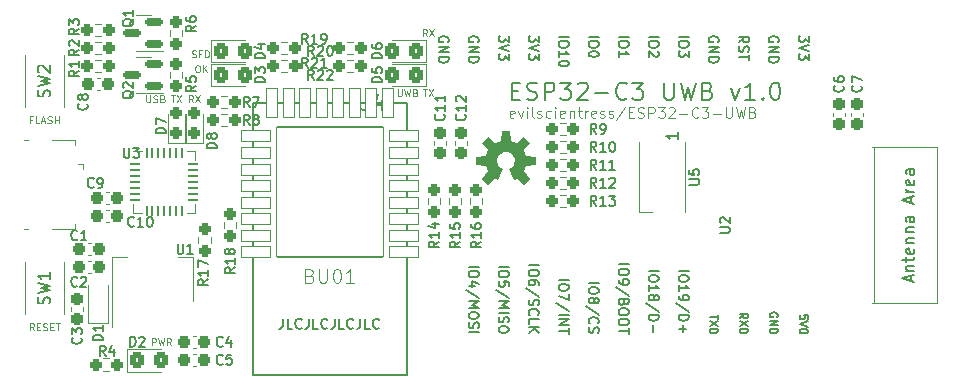
<source format=gto>
G04 #@! TF.GenerationSoftware,KiCad,Pcbnew,6.0.0*
G04 #@! TF.CreationDate,2022-01-16T15:10:03+01:00*
G04 #@! TF.ProjectId,ESP32 UWB,45535033-3220-4555-9742-2e6b69636164,rev?*
G04 #@! TF.SameCoordinates,Original*
G04 #@! TF.FileFunction,Legend,Top*
G04 #@! TF.FilePolarity,Positive*
%FSLAX46Y46*%
G04 Gerber Fmt 4.6, Leading zero omitted, Abs format (unit mm)*
G04 Created by KiCad (PCBNEW 6.0.0) date 2022-01-16 15:10:03*
%MOMM*%
%LPD*%
G01*
G04 APERTURE LIST*
G04 Aperture macros list*
%AMRoundRect*
0 Rectangle with rounded corners*
0 $1 Rounding radius*
0 $2 $3 $4 $5 $6 $7 $8 $9 X,Y pos of 4 corners*
0 Add a 4 corners polygon primitive as box body*
4,1,4,$2,$3,$4,$5,$6,$7,$8,$9,$2,$3,0*
0 Add four circle primitives for the rounded corners*
1,1,$1+$1,$2,$3*
1,1,$1+$1,$4,$5*
1,1,$1+$1,$6,$7*
1,1,$1+$1,$8,$9*
0 Add four rect primitives between the rounded corners*
20,1,$1+$1,$2,$3,$4,$5,0*
20,1,$1+$1,$4,$5,$6,$7,0*
20,1,$1+$1,$6,$7,$8,$9,0*
20,1,$1+$1,$8,$9,$2,$3,0*%
%AMFreePoly0*
4,1,6,0.725000,-0.725000,-0.725000,-0.725000,-0.725000,0.125000,-0.125000,0.725000,0.725000,0.725000,0.725000,-0.725000,0.725000,-0.725000,$1*%
G04 Aperture macros list end*
%ADD10C,0.200000*%
%ADD11C,0.100000*%
%ADD12C,0.146304*%
%ADD13C,0.201168*%
%ADD14C,0.182880*%
%ADD15C,0.121920*%
%ADD16C,0.146000*%
%ADD17C,0.150000*%
%ADD18C,0.101600*%
%ADD19C,0.127000*%
%ADD20C,0.120000*%
%ADD21RoundRect,0.050000X1.225000X-0.500000X1.225000X0.500000X-1.225000X0.500000X-1.225000X-0.500000X0*%
%ADD22RoundRect,0.050000X-0.500000X-1.225000X0.500000X-1.225000X0.500000X1.225000X-0.500000X1.225000X0*%
%ADD23RoundRect,0.050000X4.500000X5.500000X-4.500000X5.500000X-4.500000X-5.500000X4.500000X-5.500000X0*%
%ADD24RoundRect,0.237500X0.237500X-0.250000X0.237500X0.250000X-0.237500X0.250000X-0.237500X-0.250000X0*%
%ADD25RoundRect,0.237500X0.237500X-0.300000X0.237500X0.300000X-0.237500X0.300000X-0.237500X-0.300000X0*%
%ADD26RoundRect,0.237500X0.300000X0.237500X-0.300000X0.237500X-0.300000X-0.237500X0.300000X-0.237500X0*%
%ADD27RoundRect,0.237500X0.237500X-0.287500X0.237500X0.287500X-0.237500X0.287500X-0.237500X-0.287500X0*%
%ADD28RoundRect,0.237500X-0.237500X0.250000X-0.237500X-0.250000X0.237500X-0.250000X0.237500X0.250000X0*%
%ADD29RoundRect,0.237500X-0.250000X-0.237500X0.250000X-0.237500X0.250000X0.237500X-0.250000X0.237500X0*%
%ADD30RoundRect,0.150000X0.587500X0.150000X-0.587500X0.150000X-0.587500X-0.150000X0.587500X-0.150000X0*%
%ADD31RoundRect,0.237500X0.250000X0.237500X-0.250000X0.237500X-0.250000X-0.237500X0.250000X-0.237500X0*%
%ADD32RoundRect,0.237500X-0.300000X-0.237500X0.300000X-0.237500X0.300000X0.237500X-0.300000X0.237500X0*%
%ADD33RoundRect,0.250000X-0.325000X-0.450000X0.325000X-0.450000X0.325000X0.450000X-0.325000X0.450000X0*%
%ADD34R,1.800000X1.350000*%
%ADD35RoundRect,0.062500X-0.337500X-0.062500X0.337500X-0.062500X0.337500X0.062500X-0.337500X0.062500X0*%
%ADD36RoundRect,0.062500X-0.062500X-0.337500X0.062500X-0.337500X0.062500X0.337500X-0.062500X0.337500X0*%
%ADD37R,3.350000X3.350000*%
%ADD38R,1.000000X1.000000*%
%ADD39R,1.500000X2.000000*%
%ADD40R,3.800000X2.000000*%
%ADD41RoundRect,0.250000X0.325000X0.450000X-0.325000X0.450000X-0.325000X-0.450000X0.325000X-0.450000X0*%
%ADD42R,0.400000X1.800000*%
%ADD43R,1.800000X0.400000*%
%ADD44R,1.450000X1.450000*%
%ADD45R,0.800000X0.400000*%
%ADD46R,1.700000X1.700000*%
%ADD47C,2.800000*%
%ADD48R,0.700000X1.700000*%
%ADD49FreePoly0,270.000000*%
%ADD50R,0.850000X1.600000*%
%ADD51R,1.350000X0.400000*%
%ADD52O,1.550000X0.890000*%
%ADD53R,1.550000X1.200000*%
%ADD54O,0.950000X1.250000*%
%ADD55R,1.550000X1.500000*%
%ADD56O,1.700000X1.700000*%
G04 APERTURE END LIST*
D10*
X134503809Y-116374523D02*
X134503809Y-116981666D01*
X134463333Y-117103095D01*
X134382380Y-117184047D01*
X134260952Y-117224523D01*
X134180000Y-117224523D01*
X135313333Y-117224523D02*
X134908571Y-117224523D01*
X134908571Y-116374523D01*
X136082380Y-117143571D02*
X136041904Y-117184047D01*
X135920476Y-117224523D01*
X135839523Y-117224523D01*
X135718095Y-117184047D01*
X135637142Y-117103095D01*
X135596666Y-117022142D01*
X135556190Y-116860238D01*
X135556190Y-116738809D01*
X135596666Y-116576904D01*
X135637142Y-116495952D01*
X135718095Y-116415000D01*
X135839523Y-116374523D01*
X135920476Y-116374523D01*
X136041904Y-116415000D01*
X136082380Y-116455476D01*
X136689523Y-116374523D02*
X136689523Y-116981666D01*
X136649047Y-117103095D01*
X136568095Y-117184047D01*
X136446666Y-117224523D01*
X136365714Y-117224523D01*
X137499047Y-117224523D02*
X137094285Y-117224523D01*
X137094285Y-116374523D01*
X138268095Y-117143571D02*
X138227619Y-117184047D01*
X138106190Y-117224523D01*
X138025238Y-117224523D01*
X137903809Y-117184047D01*
X137822857Y-117103095D01*
X137782380Y-117022142D01*
X137741904Y-116860238D01*
X137741904Y-116738809D01*
X137782380Y-116576904D01*
X137822857Y-116495952D01*
X137903809Y-116415000D01*
X138025238Y-116374523D01*
X138106190Y-116374523D01*
X138227619Y-116415000D01*
X138268095Y-116455476D01*
X138875238Y-116374523D02*
X138875238Y-116981666D01*
X138834761Y-117103095D01*
X138753809Y-117184047D01*
X138632380Y-117224523D01*
X138551428Y-117224523D01*
X139684761Y-117224523D02*
X139280000Y-117224523D01*
X139280000Y-116374523D01*
X140453809Y-117143571D02*
X140413333Y-117184047D01*
X140291904Y-117224523D01*
X140210952Y-117224523D01*
X140089523Y-117184047D01*
X140008571Y-117103095D01*
X139968095Y-117022142D01*
X139927619Y-116860238D01*
X139927619Y-116738809D01*
X139968095Y-116576904D01*
X140008571Y-116495952D01*
X140089523Y-116415000D01*
X140210952Y-116374523D01*
X140291904Y-116374523D01*
X140413333Y-116415000D01*
X140453809Y-116455476D01*
X141060952Y-116374523D02*
X141060952Y-116981666D01*
X141020476Y-117103095D01*
X140939523Y-117184047D01*
X140818095Y-117224523D01*
X140737142Y-117224523D01*
X141870476Y-117224523D02*
X141465714Y-117224523D01*
X141465714Y-116374523D01*
X142639523Y-117143571D02*
X142599047Y-117184047D01*
X142477619Y-117224523D01*
X142396666Y-117224523D01*
X142275238Y-117184047D01*
X142194285Y-117103095D01*
X142153809Y-117022142D01*
X142113333Y-116860238D01*
X142113333Y-116738809D01*
X142153809Y-116576904D01*
X142194285Y-116495952D01*
X142275238Y-116415000D01*
X142396666Y-116374523D01*
X142477619Y-116374523D01*
X142599047Y-116415000D01*
X142639523Y-116455476D01*
D11*
X113428571Y-117365428D02*
X113228571Y-117079714D01*
X113085714Y-117365428D02*
X113085714Y-116765428D01*
X113314285Y-116765428D01*
X113371428Y-116794000D01*
X113400000Y-116822571D01*
X113428571Y-116879714D01*
X113428571Y-116965428D01*
X113400000Y-117022571D01*
X113371428Y-117051142D01*
X113314285Y-117079714D01*
X113085714Y-117079714D01*
X113685714Y-117051142D02*
X113885714Y-117051142D01*
X113971428Y-117365428D02*
X113685714Y-117365428D01*
X113685714Y-116765428D01*
X113971428Y-116765428D01*
X114200000Y-117336857D02*
X114285714Y-117365428D01*
X114428571Y-117365428D01*
X114485714Y-117336857D01*
X114514285Y-117308285D01*
X114542857Y-117251142D01*
X114542857Y-117194000D01*
X114514285Y-117136857D01*
X114485714Y-117108285D01*
X114428571Y-117079714D01*
X114314285Y-117051142D01*
X114257142Y-117022571D01*
X114228571Y-116994000D01*
X114200000Y-116936857D01*
X114200000Y-116879714D01*
X114228571Y-116822571D01*
X114257142Y-116794000D01*
X114314285Y-116765428D01*
X114457142Y-116765428D01*
X114542857Y-116794000D01*
X114800000Y-117051142D02*
X115000000Y-117051142D01*
X115085714Y-117365428D02*
X114800000Y-117365428D01*
X114800000Y-116765428D01*
X115085714Y-116765428D01*
X115257142Y-116765428D02*
X115600000Y-116765428D01*
X115428571Y-117365428D02*
X115428571Y-116765428D01*
X113285714Y-99525142D02*
X113085714Y-99525142D01*
X113085714Y-99839428D02*
X113085714Y-99239428D01*
X113371428Y-99239428D01*
X113885714Y-99839428D02*
X113600000Y-99839428D01*
X113600000Y-99239428D01*
X114057142Y-99668000D02*
X114342857Y-99668000D01*
X114000000Y-99839428D02*
X114200000Y-99239428D01*
X114400000Y-99839428D01*
X114571428Y-99810857D02*
X114657142Y-99839428D01*
X114800000Y-99839428D01*
X114857142Y-99810857D01*
X114885714Y-99782285D01*
X114914285Y-99725142D01*
X114914285Y-99668000D01*
X114885714Y-99610857D01*
X114857142Y-99582285D01*
X114800000Y-99553714D01*
X114685714Y-99525142D01*
X114628571Y-99496571D01*
X114600000Y-99468000D01*
X114571428Y-99410857D01*
X114571428Y-99353714D01*
X114600000Y-99296571D01*
X114628571Y-99268000D01*
X114685714Y-99239428D01*
X114828571Y-99239428D01*
X114914285Y-99268000D01*
X115171428Y-99839428D02*
X115171428Y-99239428D01*
X115171428Y-99525142D02*
X115514285Y-99525142D01*
X115514285Y-99839428D02*
X115514285Y-99239428D01*
D12*
X173180489Y-116332696D02*
X173497868Y-116110531D01*
X173180489Y-115951841D02*
X173846985Y-115951841D01*
X173846985Y-116205745D01*
X173815248Y-116269220D01*
X173783510Y-116300958D01*
X173720034Y-116332696D01*
X173624820Y-116332696D01*
X173561344Y-116300958D01*
X173529606Y-116269220D01*
X173497868Y-116205745D01*
X173497868Y-115951841D01*
X173846985Y-116554862D02*
X173180489Y-116999192D01*
X173846985Y-116999192D02*
X173180489Y-116554862D01*
X173180489Y-117253095D02*
X173846985Y-117253095D01*
X173846985Y-117411785D01*
X173815248Y-117506999D01*
X173751772Y-117570474D01*
X173688296Y-117602212D01*
X173561344Y-117633950D01*
X173466131Y-117633950D01*
X173339179Y-117602212D01*
X173275703Y-117570474D01*
X173212227Y-117506999D01*
X173180489Y-117411785D01*
X173180489Y-117253095D01*
D13*
X153916404Y-97090165D02*
X154408148Y-97090165D01*
X154618896Y-97862905D02*
X153916404Y-97862905D01*
X153916404Y-96387673D01*
X154618896Y-96387673D01*
X155180889Y-97792656D02*
X155391636Y-97862905D01*
X155742882Y-97862905D01*
X155883380Y-97792656D01*
X155953630Y-97722407D01*
X156023879Y-97581909D01*
X156023879Y-97441411D01*
X155953630Y-97300912D01*
X155883380Y-97230663D01*
X155742882Y-97160414D01*
X155461886Y-97090165D01*
X155321387Y-97019916D01*
X155251138Y-96949667D01*
X155180889Y-96809168D01*
X155180889Y-96668670D01*
X155251138Y-96528172D01*
X155321387Y-96457923D01*
X155461886Y-96387673D01*
X155813131Y-96387673D01*
X156023879Y-96457923D01*
X156656121Y-97862905D02*
X156656121Y-96387673D01*
X157218114Y-96387673D01*
X157358612Y-96457923D01*
X157428862Y-96528172D01*
X157499111Y-96668670D01*
X157499111Y-96879417D01*
X157428862Y-97019916D01*
X157358612Y-97090165D01*
X157218114Y-97160414D01*
X156656121Y-97160414D01*
X157990855Y-96387673D02*
X158904094Y-96387673D01*
X158412350Y-96949667D01*
X158623097Y-96949667D01*
X158763595Y-97019916D01*
X158833844Y-97090165D01*
X158904094Y-97230663D01*
X158904094Y-97581909D01*
X158833844Y-97722407D01*
X158763595Y-97792656D01*
X158623097Y-97862905D01*
X158201602Y-97862905D01*
X158061104Y-97792656D01*
X157990855Y-97722407D01*
X159466087Y-96528172D02*
X159536336Y-96457923D01*
X159676834Y-96387673D01*
X160028080Y-96387673D01*
X160168578Y-96457923D01*
X160238827Y-96528172D01*
X160309076Y-96668670D01*
X160309076Y-96809168D01*
X160238827Y-97019916D01*
X159395838Y-97862905D01*
X160309076Y-97862905D01*
X160941319Y-97300912D02*
X162065305Y-97300912D01*
X163610786Y-97722407D02*
X163540537Y-97792656D01*
X163329790Y-97862905D01*
X163189291Y-97862905D01*
X162978544Y-97792656D01*
X162838046Y-97652158D01*
X162767796Y-97511660D01*
X162697547Y-97230663D01*
X162697547Y-97019916D01*
X162767796Y-96738919D01*
X162838046Y-96598421D01*
X162978544Y-96457923D01*
X163189291Y-96387673D01*
X163329790Y-96387673D01*
X163540537Y-96457923D01*
X163610786Y-96528172D01*
X164102530Y-96387673D02*
X165015769Y-96387673D01*
X164524025Y-96949667D01*
X164734772Y-96949667D01*
X164875271Y-97019916D01*
X164945520Y-97090165D01*
X165015769Y-97230663D01*
X165015769Y-97581909D01*
X164945520Y-97722407D01*
X164875271Y-97792656D01*
X164734772Y-97862905D01*
X164313278Y-97862905D01*
X164172779Y-97792656D01*
X164102530Y-97722407D01*
X166771998Y-96387673D02*
X166771998Y-97581909D01*
X166842247Y-97722407D01*
X166912496Y-97792656D01*
X167052994Y-97862905D01*
X167333991Y-97862905D01*
X167474489Y-97792656D01*
X167544738Y-97722407D01*
X167614987Y-97581909D01*
X167614987Y-96387673D01*
X168176980Y-96387673D02*
X168528226Y-97862905D01*
X168809223Y-96809168D01*
X169090219Y-97862905D01*
X169441465Y-96387673D01*
X170495202Y-97090165D02*
X170705950Y-97160414D01*
X170776199Y-97230663D01*
X170846448Y-97371161D01*
X170846448Y-97581909D01*
X170776199Y-97722407D01*
X170705950Y-97792656D01*
X170565451Y-97862905D01*
X170003458Y-97862905D01*
X170003458Y-96387673D01*
X170495202Y-96387673D01*
X170635700Y-96457923D01*
X170705950Y-96528172D01*
X170776199Y-96668670D01*
X170776199Y-96809168D01*
X170705950Y-96949667D01*
X170635700Y-97019916D01*
X170495202Y-97090165D01*
X170003458Y-97090165D01*
X172462178Y-96879417D02*
X172813424Y-97862905D01*
X173164670Y-96879417D01*
X174499403Y-97862905D02*
X173656414Y-97862905D01*
X174077908Y-97862905D02*
X174077908Y-96387673D01*
X173937410Y-96598421D01*
X173796912Y-96738919D01*
X173656414Y-96809168D01*
X175131646Y-97722407D02*
X175201895Y-97792656D01*
X175131646Y-97862905D01*
X175061396Y-97792656D01*
X175131646Y-97722407D01*
X175131646Y-97862905D01*
X176115134Y-96387673D02*
X176255632Y-96387673D01*
X176396130Y-96457923D01*
X176466379Y-96528172D01*
X176536628Y-96668670D01*
X176606878Y-96949667D01*
X176606878Y-97300912D01*
X176536628Y-97581909D01*
X176466379Y-97722407D01*
X176396130Y-97792656D01*
X176255632Y-97862905D01*
X176115134Y-97862905D01*
X175974635Y-97792656D01*
X175904386Y-97722407D01*
X175834137Y-97581909D01*
X175763888Y-97300912D01*
X175763888Y-96949667D01*
X175834137Y-96668670D01*
X175904386Y-96528172D01*
X175974635Y-96457923D01*
X176115134Y-96387673D01*
D14*
X176438560Y-92955630D02*
X176478232Y-92876285D01*
X176478232Y-92757268D01*
X176438560Y-92638251D01*
X176359215Y-92558906D01*
X176279870Y-92519233D01*
X176121180Y-92479561D01*
X176002163Y-92479561D01*
X175843474Y-92519233D01*
X175764129Y-92558906D01*
X175684784Y-92638251D01*
X175645112Y-92757268D01*
X175645112Y-92836612D01*
X175684784Y-92955630D01*
X175724457Y-92995302D01*
X176002163Y-92995302D01*
X176002163Y-92836612D01*
X175645112Y-93352353D02*
X176478232Y-93352353D01*
X175645112Y-93828422D01*
X176478232Y-93828422D01*
X175645112Y-94225146D02*
X176478232Y-94225146D01*
X176478232Y-94423508D01*
X176438560Y-94542525D01*
X176359215Y-94621870D01*
X176279870Y-94661542D01*
X176121180Y-94701214D01*
X176002163Y-94701214D01*
X175843474Y-94661542D01*
X175764129Y-94621870D01*
X175684784Y-94542525D01*
X175645112Y-94423508D01*
X175645112Y-94225146D01*
X168025112Y-112341684D02*
X168858232Y-112341684D01*
X168858232Y-112897097D02*
X168858232Y-113055787D01*
X168818560Y-113135131D01*
X168739215Y-113214476D01*
X168580525Y-113254148D01*
X168302819Y-113254148D01*
X168144129Y-113214476D01*
X168064784Y-113135131D01*
X168025112Y-113055787D01*
X168025112Y-112897097D01*
X168064784Y-112817752D01*
X168144129Y-112738408D01*
X168302819Y-112698735D01*
X168580525Y-112698735D01*
X168739215Y-112738408D01*
X168818560Y-112817752D01*
X168858232Y-112897097D01*
X168025112Y-114047596D02*
X168025112Y-113571528D01*
X168025112Y-113809562D02*
X168858232Y-113809562D01*
X168739215Y-113730217D01*
X168659870Y-113650872D01*
X168620198Y-113571528D01*
X168025112Y-114444320D02*
X168025112Y-114603009D01*
X168064784Y-114682354D01*
X168104457Y-114722027D01*
X168223474Y-114801371D01*
X168382163Y-114841044D01*
X168699542Y-114841044D01*
X168778887Y-114801371D01*
X168818560Y-114761699D01*
X168858232Y-114682354D01*
X168858232Y-114523665D01*
X168818560Y-114444320D01*
X168778887Y-114404648D01*
X168699542Y-114364975D01*
X168501180Y-114364975D01*
X168421836Y-114404648D01*
X168382163Y-114444320D01*
X168342491Y-114523665D01*
X168342491Y-114682354D01*
X168382163Y-114761699D01*
X168421836Y-114801371D01*
X168501180Y-114841044D01*
X168897904Y-115793181D02*
X167826750Y-115079078D01*
X168025112Y-116070888D02*
X168858232Y-116070888D01*
X168858232Y-116269249D01*
X168818560Y-116388267D01*
X168739215Y-116467611D01*
X168659870Y-116507284D01*
X168501180Y-116546956D01*
X168382163Y-116546956D01*
X168223474Y-116507284D01*
X168144129Y-116467611D01*
X168064784Y-116388267D01*
X168025112Y-116269249D01*
X168025112Y-116070888D01*
X168342491Y-116904008D02*
X168342491Y-117538766D01*
X168025112Y-117221387D02*
X168659870Y-117221387D01*
X155325112Y-111865615D02*
X156158232Y-111865615D01*
X156158232Y-112421028D02*
X156158232Y-112579718D01*
X156118560Y-112659063D01*
X156039215Y-112738408D01*
X155880525Y-112778080D01*
X155602819Y-112778080D01*
X155444129Y-112738408D01*
X155364784Y-112659063D01*
X155325112Y-112579718D01*
X155325112Y-112421028D01*
X155364784Y-112341684D01*
X155444129Y-112262339D01*
X155602819Y-112222667D01*
X155880525Y-112222667D01*
X156039215Y-112262339D01*
X156118560Y-112341684D01*
X156158232Y-112421028D01*
X156158232Y-113492183D02*
X156158232Y-113333493D01*
X156118560Y-113254148D01*
X156078887Y-113214476D01*
X155959870Y-113135131D01*
X155801180Y-113095459D01*
X155483801Y-113095459D01*
X155404457Y-113135131D01*
X155364784Y-113174804D01*
X155325112Y-113254148D01*
X155325112Y-113412838D01*
X155364784Y-113492183D01*
X155404457Y-113531855D01*
X155483801Y-113571528D01*
X155682163Y-113571528D01*
X155761508Y-113531855D01*
X155801180Y-113492183D01*
X155840853Y-113412838D01*
X155840853Y-113254148D01*
X155801180Y-113174804D01*
X155761508Y-113135131D01*
X155682163Y-113095459D01*
X156197904Y-114523665D02*
X155126750Y-113809562D01*
X155364784Y-114761699D02*
X155325112Y-114880716D01*
X155325112Y-115079078D01*
X155364784Y-115158423D01*
X155404457Y-115198095D01*
X155483801Y-115237768D01*
X155563146Y-115237768D01*
X155642491Y-115198095D01*
X155682163Y-115158423D01*
X155721836Y-115079078D01*
X155761508Y-114920388D01*
X155801180Y-114841044D01*
X155840853Y-114801371D01*
X155920198Y-114761699D01*
X155999542Y-114761699D01*
X156078887Y-114801371D01*
X156118560Y-114841044D01*
X156158232Y-114920388D01*
X156158232Y-115118750D01*
X156118560Y-115237768D01*
X155404457Y-116070888D02*
X155364784Y-116031215D01*
X155325112Y-115912198D01*
X155325112Y-115832853D01*
X155364784Y-115713836D01*
X155444129Y-115634491D01*
X155523474Y-115594819D01*
X155682163Y-115555147D01*
X155801180Y-115555147D01*
X155959870Y-115594819D01*
X156039215Y-115634491D01*
X156118560Y-115713836D01*
X156158232Y-115832853D01*
X156158232Y-115912198D01*
X156118560Y-116031215D01*
X156078887Y-116070888D01*
X155325112Y-116824663D02*
X155325112Y-116427939D01*
X156158232Y-116427939D01*
X155325112Y-117102369D02*
X156158232Y-117102369D01*
X155325112Y-117578438D02*
X155801180Y-117221387D01*
X156158232Y-117578438D02*
X155682163Y-117102369D01*
D12*
X176355248Y-116237482D02*
X176386985Y-116174007D01*
X176386985Y-116078793D01*
X176355248Y-115983579D01*
X176291772Y-115920103D01*
X176228296Y-115888366D01*
X176101344Y-115856628D01*
X176006131Y-115856628D01*
X175879179Y-115888366D01*
X175815703Y-115920103D01*
X175752227Y-115983579D01*
X175720489Y-116078793D01*
X175720489Y-116142269D01*
X175752227Y-116237482D01*
X175783965Y-116269220D01*
X176006131Y-116269220D01*
X176006131Y-116142269D01*
X175720489Y-116554862D02*
X176386985Y-116554862D01*
X175720489Y-116935716D01*
X176386985Y-116935716D01*
X175720489Y-117253095D02*
X176386985Y-117253095D01*
X176386985Y-117411785D01*
X176355248Y-117506999D01*
X176291772Y-117570474D01*
X176228296Y-117602212D01*
X176101344Y-117633950D01*
X176006131Y-117633950D01*
X175879179Y-117602212D01*
X175815703Y-117570474D01*
X175752227Y-117506999D01*
X175720489Y-117411785D01*
X175720489Y-117253095D01*
D14*
X173105112Y-92995302D02*
X173501836Y-92717595D01*
X173105112Y-92519233D02*
X173938232Y-92519233D01*
X173938232Y-92836612D01*
X173898560Y-92915957D01*
X173858887Y-92955630D01*
X173779542Y-92995302D01*
X173660525Y-92995302D01*
X173581180Y-92955630D01*
X173541508Y-92915957D01*
X173501836Y-92836612D01*
X173501836Y-92519233D01*
X173144784Y-93312681D02*
X173105112Y-93431698D01*
X173105112Y-93630060D01*
X173144784Y-93709405D01*
X173184457Y-93749077D01*
X173263801Y-93788750D01*
X173343146Y-93788750D01*
X173422491Y-93749077D01*
X173462163Y-93709405D01*
X173501836Y-93630060D01*
X173541508Y-93471371D01*
X173581180Y-93392026D01*
X173620853Y-93352353D01*
X173700198Y-93312681D01*
X173779542Y-93312681D01*
X173858887Y-93352353D01*
X173898560Y-93392026D01*
X173938232Y-93471371D01*
X173938232Y-93669732D01*
X173898560Y-93788750D01*
X173938232Y-94026784D02*
X173938232Y-94502852D01*
X173105112Y-94264818D02*
X173938232Y-94264818D01*
X162945112Y-111786270D02*
X163778232Y-111786270D01*
X163778232Y-112341684D02*
X163778232Y-112500373D01*
X163738560Y-112579718D01*
X163659215Y-112659063D01*
X163500525Y-112698735D01*
X163222819Y-112698735D01*
X163064129Y-112659063D01*
X162984784Y-112579718D01*
X162945112Y-112500373D01*
X162945112Y-112341684D01*
X162984784Y-112262339D01*
X163064129Y-112182994D01*
X163222819Y-112143322D01*
X163500525Y-112143322D01*
X163659215Y-112182994D01*
X163738560Y-112262339D01*
X163778232Y-112341684D01*
X162945112Y-113095459D02*
X162945112Y-113254148D01*
X162984784Y-113333493D01*
X163024457Y-113373166D01*
X163143474Y-113452510D01*
X163302163Y-113492183D01*
X163619542Y-113492183D01*
X163698887Y-113452510D01*
X163738560Y-113412838D01*
X163778232Y-113333493D01*
X163778232Y-113174804D01*
X163738560Y-113095459D01*
X163698887Y-113055787D01*
X163619542Y-113016114D01*
X163421180Y-113016114D01*
X163341836Y-113055787D01*
X163302163Y-113095459D01*
X163262491Y-113174804D01*
X163262491Y-113333493D01*
X163302163Y-113412838D01*
X163341836Y-113452510D01*
X163421180Y-113492183D01*
X163817904Y-114444320D02*
X162746750Y-113730217D01*
X163381508Y-114999733D02*
X163341836Y-115118750D01*
X163302163Y-115158423D01*
X163222819Y-115198095D01*
X163103801Y-115198095D01*
X163024457Y-115158423D01*
X162984784Y-115118750D01*
X162945112Y-115039406D01*
X162945112Y-114722027D01*
X163778232Y-114722027D01*
X163778232Y-114999733D01*
X163738560Y-115079078D01*
X163698887Y-115118750D01*
X163619542Y-115158423D01*
X163540198Y-115158423D01*
X163460853Y-115118750D01*
X163421180Y-115079078D01*
X163381508Y-114999733D01*
X163381508Y-114722027D01*
X163778232Y-115713836D02*
X163778232Y-115872526D01*
X163738560Y-115951870D01*
X163659215Y-116031215D01*
X163500525Y-116070888D01*
X163222819Y-116070888D01*
X163064129Y-116031215D01*
X162984784Y-115951870D01*
X162945112Y-115872526D01*
X162945112Y-115713836D01*
X162984784Y-115634491D01*
X163064129Y-115555147D01*
X163222819Y-115515474D01*
X163500525Y-115515474D01*
X163659215Y-115555147D01*
X163738560Y-115634491D01*
X163778232Y-115713836D01*
X163778232Y-116586628D02*
X163778232Y-116745318D01*
X163738560Y-116824663D01*
X163659215Y-116904008D01*
X163500525Y-116943680D01*
X163222819Y-116943680D01*
X163064129Y-116904008D01*
X162984784Y-116824663D01*
X162945112Y-116745318D01*
X162945112Y-116586628D01*
X162984784Y-116507284D01*
X163064129Y-116427939D01*
X163222819Y-116388267D01*
X163500525Y-116388267D01*
X163659215Y-116427939D01*
X163738560Y-116507284D01*
X163778232Y-116586628D01*
X163778232Y-117181714D02*
X163778232Y-117657783D01*
X162945112Y-117419748D02*
X163778232Y-117419748D01*
X153618232Y-92439889D02*
X153618232Y-92955630D01*
X153300853Y-92677923D01*
X153300853Y-92796940D01*
X153261180Y-92876285D01*
X153221508Y-92915957D01*
X153142163Y-92955630D01*
X152943801Y-92955630D01*
X152864457Y-92915957D01*
X152824784Y-92876285D01*
X152785112Y-92796940D01*
X152785112Y-92558906D01*
X152824784Y-92479561D01*
X152864457Y-92439889D01*
X153618232Y-93193664D02*
X152785112Y-93471371D01*
X153618232Y-93749077D01*
X153618232Y-93947439D02*
X153618232Y-94463180D01*
X153300853Y-94185473D01*
X153300853Y-94304491D01*
X153261180Y-94383835D01*
X153221508Y-94423508D01*
X153142163Y-94463180D01*
X152943801Y-94463180D01*
X152864457Y-94423508D01*
X152824784Y-94383835D01*
X152785112Y-94304491D01*
X152785112Y-94066456D01*
X152824784Y-93987112D01*
X152864457Y-93947439D01*
D15*
X154090722Y-99327111D02*
X154005571Y-99369686D01*
X153835270Y-99369686D01*
X153750120Y-99327111D01*
X153707544Y-99241961D01*
X153707544Y-98901359D01*
X153750120Y-98816208D01*
X153835270Y-98773633D01*
X154005571Y-98773633D01*
X154090722Y-98816208D01*
X154133297Y-98901359D01*
X154133297Y-98986509D01*
X153707544Y-99071660D01*
X154431324Y-98773633D02*
X154644200Y-99369686D01*
X154857076Y-98773633D01*
X155197678Y-99369686D02*
X155197678Y-98773633D01*
X155197678Y-98475606D02*
X155155103Y-98518182D01*
X155197678Y-98560757D01*
X155240253Y-98518182D01*
X155197678Y-98475606D01*
X155197678Y-98560757D01*
X155751156Y-99369686D02*
X155666005Y-99327111D01*
X155623430Y-99241961D01*
X155623430Y-98475606D01*
X156049183Y-99327111D02*
X156134333Y-99369686D01*
X156304634Y-99369686D01*
X156389784Y-99327111D01*
X156432360Y-99241961D01*
X156432360Y-99199385D01*
X156389784Y-99114235D01*
X156304634Y-99071660D01*
X156176908Y-99071660D01*
X156091758Y-99029084D01*
X156049183Y-98943934D01*
X156049183Y-98901359D01*
X156091758Y-98816208D01*
X156176908Y-98773633D01*
X156304634Y-98773633D01*
X156389784Y-98816208D01*
X157198714Y-99327111D02*
X157113564Y-99369686D01*
X156943263Y-99369686D01*
X156858112Y-99327111D01*
X156815537Y-99284536D01*
X156772962Y-99199385D01*
X156772962Y-98943934D01*
X156815537Y-98858783D01*
X156858112Y-98816208D01*
X156943263Y-98773633D01*
X157113564Y-98773633D01*
X157198714Y-98816208D01*
X157581891Y-99369686D02*
X157581891Y-98773633D01*
X157581891Y-98475606D02*
X157539316Y-98518182D01*
X157581891Y-98560757D01*
X157624466Y-98518182D01*
X157581891Y-98475606D01*
X157581891Y-98560757D01*
X158348245Y-99327111D02*
X158263095Y-99369686D01*
X158092794Y-99369686D01*
X158007644Y-99327111D01*
X157965068Y-99241961D01*
X157965068Y-98901359D01*
X158007644Y-98816208D01*
X158092794Y-98773633D01*
X158263095Y-98773633D01*
X158348245Y-98816208D01*
X158390821Y-98901359D01*
X158390821Y-98986509D01*
X157965068Y-99071660D01*
X158773998Y-98773633D02*
X158773998Y-99369686D01*
X158773998Y-98858783D02*
X158816573Y-98816208D01*
X158901724Y-98773633D01*
X159029449Y-98773633D01*
X159114600Y-98816208D01*
X159157175Y-98901359D01*
X159157175Y-99369686D01*
X159455202Y-98773633D02*
X159795804Y-98773633D01*
X159582927Y-98475606D02*
X159582927Y-99241961D01*
X159625503Y-99327111D01*
X159710653Y-99369686D01*
X159795804Y-99369686D01*
X160093830Y-99369686D02*
X160093830Y-98773633D01*
X160093830Y-98943934D02*
X160136405Y-98858783D01*
X160178981Y-98816208D01*
X160264131Y-98773633D01*
X160349282Y-98773633D01*
X160987910Y-99327111D02*
X160902760Y-99369686D01*
X160732459Y-99369686D01*
X160647308Y-99327111D01*
X160604733Y-99241961D01*
X160604733Y-98901359D01*
X160647308Y-98816208D01*
X160732459Y-98773633D01*
X160902760Y-98773633D01*
X160987910Y-98816208D01*
X161030485Y-98901359D01*
X161030485Y-98986509D01*
X160604733Y-99071660D01*
X161371087Y-99327111D02*
X161456238Y-99369686D01*
X161626539Y-99369686D01*
X161711689Y-99327111D01*
X161754264Y-99241961D01*
X161754264Y-99199385D01*
X161711689Y-99114235D01*
X161626539Y-99071660D01*
X161498813Y-99071660D01*
X161413663Y-99029084D01*
X161371087Y-98943934D01*
X161371087Y-98901359D01*
X161413663Y-98816208D01*
X161498813Y-98773633D01*
X161626539Y-98773633D01*
X161711689Y-98816208D01*
X162094866Y-99327111D02*
X162180017Y-99369686D01*
X162350318Y-99369686D01*
X162435468Y-99327111D01*
X162478044Y-99241961D01*
X162478044Y-99199385D01*
X162435468Y-99114235D01*
X162350318Y-99071660D01*
X162222592Y-99071660D01*
X162137442Y-99029084D01*
X162094866Y-98943934D01*
X162094866Y-98901359D01*
X162137442Y-98816208D01*
X162222592Y-98773633D01*
X162350318Y-98773633D01*
X162435468Y-98816208D01*
X163499849Y-98433031D02*
X162733495Y-99582562D01*
X163797876Y-98901359D02*
X164095903Y-98901359D01*
X164223628Y-99369686D02*
X163797876Y-99369686D01*
X163797876Y-98475606D01*
X164223628Y-98475606D01*
X164564230Y-99327111D02*
X164691956Y-99369686D01*
X164904832Y-99369686D01*
X164989983Y-99327111D01*
X165032558Y-99284536D01*
X165075133Y-99199385D01*
X165075133Y-99114235D01*
X165032558Y-99029084D01*
X164989983Y-98986509D01*
X164904832Y-98943934D01*
X164734531Y-98901359D01*
X164649381Y-98858783D01*
X164606805Y-98816208D01*
X164564230Y-98731058D01*
X164564230Y-98645907D01*
X164606805Y-98560757D01*
X164649381Y-98518182D01*
X164734531Y-98475606D01*
X164947407Y-98475606D01*
X165075133Y-98518182D01*
X165458310Y-99369686D02*
X165458310Y-98475606D01*
X165798912Y-98475606D01*
X165884063Y-98518182D01*
X165926638Y-98560757D01*
X165969213Y-98645907D01*
X165969213Y-98773633D01*
X165926638Y-98858783D01*
X165884063Y-98901359D01*
X165798912Y-98943934D01*
X165458310Y-98943934D01*
X166267240Y-98475606D02*
X166820718Y-98475606D01*
X166522691Y-98816208D01*
X166650417Y-98816208D01*
X166735567Y-98858783D01*
X166778143Y-98901359D01*
X166820718Y-98986509D01*
X166820718Y-99199385D01*
X166778143Y-99284536D01*
X166735567Y-99327111D01*
X166650417Y-99369686D01*
X166394965Y-99369686D01*
X166309815Y-99327111D01*
X166267240Y-99284536D01*
X167161320Y-98560757D02*
X167203895Y-98518182D01*
X167289045Y-98475606D01*
X167501922Y-98475606D01*
X167587072Y-98518182D01*
X167629647Y-98560757D01*
X167672223Y-98645907D01*
X167672223Y-98731058D01*
X167629647Y-98858783D01*
X167118744Y-99369686D01*
X167672223Y-99369686D01*
X168055400Y-99029084D02*
X168736604Y-99029084D01*
X169673259Y-99284536D02*
X169630684Y-99327111D01*
X169502958Y-99369686D01*
X169417807Y-99369686D01*
X169290082Y-99327111D01*
X169204931Y-99241961D01*
X169162356Y-99156810D01*
X169119781Y-98986509D01*
X169119781Y-98858783D01*
X169162356Y-98688482D01*
X169204931Y-98603332D01*
X169290082Y-98518182D01*
X169417807Y-98475606D01*
X169502958Y-98475606D01*
X169630684Y-98518182D01*
X169673259Y-98560757D01*
X169971285Y-98475606D02*
X170524764Y-98475606D01*
X170226737Y-98816208D01*
X170354463Y-98816208D01*
X170439613Y-98858783D01*
X170482188Y-98901359D01*
X170524764Y-98986509D01*
X170524764Y-99199385D01*
X170482188Y-99284536D01*
X170439613Y-99327111D01*
X170354463Y-99369686D01*
X170099011Y-99369686D01*
X170013861Y-99327111D01*
X169971285Y-99284536D01*
X170907941Y-99029084D02*
X171589144Y-99029084D01*
X172014897Y-98475606D02*
X172014897Y-99199385D01*
X172057472Y-99284536D01*
X172100047Y-99327111D01*
X172185198Y-99369686D01*
X172355499Y-99369686D01*
X172440649Y-99327111D01*
X172483224Y-99284536D01*
X172525800Y-99199385D01*
X172525800Y-98475606D01*
X172866402Y-98475606D02*
X173079278Y-99369686D01*
X173249579Y-98731058D01*
X173419880Y-99369686D01*
X173632756Y-98475606D01*
X174271384Y-98901359D02*
X174399110Y-98943934D01*
X174441685Y-98986509D01*
X174484261Y-99071660D01*
X174484261Y-99199385D01*
X174441685Y-99284536D01*
X174399110Y-99327111D01*
X174313960Y-99369686D01*
X173973358Y-99369686D01*
X173973358Y-98475606D01*
X174271384Y-98475606D01*
X174356535Y-98518182D01*
X174399110Y-98560757D01*
X174441685Y-98645907D01*
X174441685Y-98731058D01*
X174399110Y-98816208D01*
X174356535Y-98858783D01*
X174271384Y-98901359D01*
X173973358Y-98901359D01*
D11*
X126805571Y-94222857D02*
X126891285Y-94251428D01*
X127034142Y-94251428D01*
X127091285Y-94222857D01*
X127119857Y-94194285D01*
X127148428Y-94137142D01*
X127148428Y-94080000D01*
X127119857Y-94022857D01*
X127091285Y-93994285D01*
X127034142Y-93965714D01*
X126919857Y-93937142D01*
X126862714Y-93908571D01*
X126834142Y-93880000D01*
X126805571Y-93822857D01*
X126805571Y-93765714D01*
X126834142Y-93708571D01*
X126862714Y-93680000D01*
X126919857Y-93651428D01*
X127062714Y-93651428D01*
X127148428Y-93680000D01*
X127605571Y-93937142D02*
X127405571Y-93937142D01*
X127405571Y-94251428D02*
X127405571Y-93651428D01*
X127691285Y-93651428D01*
X127919857Y-94251428D02*
X127919857Y-93651428D01*
X128062714Y-93651428D01*
X128148428Y-93680000D01*
X128205571Y-93737142D01*
X128234142Y-93794285D01*
X128262714Y-93908571D01*
X128262714Y-93994285D01*
X128234142Y-94108571D01*
X128205571Y-94165714D01*
X128148428Y-94222857D01*
X128062714Y-94251428D01*
X127919857Y-94251428D01*
D14*
X160405112Y-92519233D02*
X161238232Y-92519233D01*
X161238232Y-93074647D02*
X161238232Y-93233336D01*
X161198560Y-93312681D01*
X161119215Y-93392026D01*
X160960525Y-93431698D01*
X160682819Y-93431698D01*
X160524129Y-93392026D01*
X160444784Y-93312681D01*
X160405112Y-93233336D01*
X160405112Y-93074647D01*
X160444784Y-92995302D01*
X160524129Y-92915957D01*
X160682819Y-92876285D01*
X160960525Y-92876285D01*
X161119215Y-92915957D01*
X161198560Y-92995302D01*
X161238232Y-93074647D01*
X161238232Y-93947439D02*
X161238232Y-94026784D01*
X161198560Y-94106129D01*
X161158887Y-94145801D01*
X161079542Y-94185473D01*
X160920853Y-94225146D01*
X160722491Y-94225146D01*
X160563801Y-94185473D01*
X160484457Y-94145801D01*
X160444784Y-94106129D01*
X160405112Y-94026784D01*
X160405112Y-93947439D01*
X160444784Y-93868094D01*
X160484457Y-93828422D01*
X160563801Y-93788750D01*
X160722491Y-93749077D01*
X160920853Y-93749077D01*
X161079542Y-93788750D01*
X161158887Y-93828422D01*
X161198560Y-93868094D01*
X161238232Y-93947439D01*
X165485112Y-92519233D02*
X166318232Y-92519233D01*
X166318232Y-93074647D02*
X166318232Y-93233336D01*
X166278560Y-93312681D01*
X166199215Y-93392026D01*
X166040525Y-93431698D01*
X165762819Y-93431698D01*
X165604129Y-93392026D01*
X165524784Y-93312681D01*
X165485112Y-93233336D01*
X165485112Y-93074647D01*
X165524784Y-92995302D01*
X165604129Y-92915957D01*
X165762819Y-92876285D01*
X166040525Y-92876285D01*
X166199215Y-92915957D01*
X166278560Y-92995302D01*
X166318232Y-93074647D01*
X166238887Y-93749077D02*
X166278560Y-93788750D01*
X166318232Y-93868094D01*
X166318232Y-94066456D01*
X166278560Y-94145801D01*
X166238887Y-94185473D01*
X166159542Y-94225146D01*
X166080198Y-94225146D01*
X165961180Y-94185473D01*
X165485112Y-93709405D01*
X165485112Y-94225146D01*
X150245112Y-111984632D02*
X151078232Y-111984632D01*
X151078232Y-112540046D02*
X151078232Y-112698735D01*
X151038560Y-112778080D01*
X150959215Y-112857425D01*
X150800525Y-112897097D01*
X150522819Y-112897097D01*
X150364129Y-112857425D01*
X150284784Y-112778080D01*
X150245112Y-112698735D01*
X150245112Y-112540046D01*
X150284784Y-112460701D01*
X150364129Y-112381356D01*
X150522819Y-112341684D01*
X150800525Y-112341684D01*
X150959215Y-112381356D01*
X151038560Y-112460701D01*
X151078232Y-112540046D01*
X150800525Y-113611200D02*
X150245112Y-113611200D01*
X151117904Y-113412838D02*
X150522819Y-113214476D01*
X150522819Y-113730217D01*
X151117904Y-114642682D02*
X150046750Y-113928579D01*
X150245112Y-114920388D02*
X151078232Y-114920388D01*
X150483146Y-115198095D01*
X151078232Y-115475802D01*
X150245112Y-115475802D01*
X151078232Y-116031215D02*
X151078232Y-116189905D01*
X151038560Y-116269249D01*
X150959215Y-116348594D01*
X150800525Y-116388267D01*
X150522819Y-116388267D01*
X150364129Y-116348594D01*
X150284784Y-116269249D01*
X150245112Y-116189905D01*
X150245112Y-116031215D01*
X150284784Y-115951870D01*
X150364129Y-115872526D01*
X150522819Y-115832853D01*
X150800525Y-115832853D01*
X150959215Y-115872526D01*
X151038560Y-115951870D01*
X151078232Y-116031215D01*
X150284784Y-116705646D02*
X150245112Y-116824663D01*
X150245112Y-117023025D01*
X150284784Y-117102369D01*
X150324457Y-117142042D01*
X150403801Y-117181714D01*
X150483146Y-117181714D01*
X150562491Y-117142042D01*
X150602163Y-117102369D01*
X150641836Y-117023025D01*
X150681508Y-116864335D01*
X150721180Y-116784990D01*
X150760853Y-116745318D01*
X150840198Y-116705646D01*
X150919542Y-116705646D01*
X150998887Y-116745318D01*
X151038560Y-116784990D01*
X151078232Y-116864335D01*
X151078232Y-117062697D01*
X151038560Y-117181714D01*
X150245112Y-117538766D02*
X151078232Y-117538766D01*
X162945112Y-92519233D02*
X163778232Y-92519233D01*
X163778232Y-93074647D02*
X163778232Y-93233336D01*
X163738560Y-93312681D01*
X163659215Y-93392026D01*
X163500525Y-93431698D01*
X163222819Y-93431698D01*
X163064129Y-93392026D01*
X162984784Y-93312681D01*
X162945112Y-93233336D01*
X162945112Y-93074647D01*
X162984784Y-92995302D01*
X163064129Y-92915957D01*
X163222819Y-92876285D01*
X163500525Y-92876285D01*
X163659215Y-92915957D01*
X163738560Y-92995302D01*
X163778232Y-93074647D01*
X162945112Y-94225146D02*
X162945112Y-93749077D01*
X162945112Y-93987112D02*
X163778232Y-93987112D01*
X163659215Y-93907767D01*
X163579870Y-93828422D01*
X163540198Y-93749077D01*
X171358560Y-92955630D02*
X171398232Y-92876285D01*
X171398232Y-92757268D01*
X171358560Y-92638251D01*
X171279215Y-92558906D01*
X171199870Y-92519233D01*
X171041180Y-92479561D01*
X170922163Y-92479561D01*
X170763474Y-92519233D01*
X170684129Y-92558906D01*
X170604784Y-92638251D01*
X170565112Y-92757268D01*
X170565112Y-92836612D01*
X170604784Y-92955630D01*
X170644457Y-92995302D01*
X170922163Y-92995302D01*
X170922163Y-92836612D01*
X170565112Y-93352353D02*
X171398232Y-93352353D01*
X170565112Y-93828422D01*
X171398232Y-93828422D01*
X170565112Y-94225146D02*
X171398232Y-94225146D01*
X171398232Y-94423508D01*
X171358560Y-94542525D01*
X171279215Y-94621870D01*
X171199870Y-94661542D01*
X171041180Y-94701214D01*
X170922163Y-94701214D01*
X170763474Y-94661542D01*
X170684129Y-94621870D01*
X170604784Y-94542525D01*
X170565112Y-94423508D01*
X170565112Y-94225146D01*
D11*
X144219714Y-96953428D02*
X144219714Y-97439142D01*
X144248285Y-97496285D01*
X144276857Y-97524857D01*
X144334000Y-97553428D01*
X144448285Y-97553428D01*
X144505428Y-97524857D01*
X144534000Y-97496285D01*
X144562571Y-97439142D01*
X144562571Y-96953428D01*
X144791142Y-96953428D02*
X144934000Y-97553428D01*
X145048285Y-97124857D01*
X145162571Y-97553428D01*
X145305428Y-96953428D01*
X145734000Y-97239142D02*
X145819714Y-97267714D01*
X145848285Y-97296285D01*
X145876857Y-97353428D01*
X145876857Y-97439142D01*
X145848285Y-97496285D01*
X145819714Y-97524857D01*
X145762571Y-97553428D01*
X145534000Y-97553428D01*
X145534000Y-96953428D01*
X145734000Y-96953428D01*
X145791142Y-96982000D01*
X145819714Y-97010571D01*
X145848285Y-97067714D01*
X145848285Y-97124857D01*
X145819714Y-97182000D01*
X145791142Y-97210571D01*
X145734000Y-97239142D01*
X145534000Y-97239142D01*
D14*
X165485112Y-112341684D02*
X166318232Y-112341684D01*
X166318232Y-112897097D02*
X166318232Y-113055787D01*
X166278560Y-113135131D01*
X166199215Y-113214476D01*
X166040525Y-113254148D01*
X165762819Y-113254148D01*
X165604129Y-113214476D01*
X165524784Y-113135131D01*
X165485112Y-113055787D01*
X165485112Y-112897097D01*
X165524784Y-112817752D01*
X165604129Y-112738408D01*
X165762819Y-112698735D01*
X166040525Y-112698735D01*
X166199215Y-112738408D01*
X166278560Y-112817752D01*
X166318232Y-112897097D01*
X165485112Y-114047596D02*
X165485112Y-113571528D01*
X165485112Y-113809562D02*
X166318232Y-113809562D01*
X166199215Y-113730217D01*
X166119870Y-113650872D01*
X166080198Y-113571528D01*
X165961180Y-114523665D02*
X166000853Y-114444320D01*
X166040525Y-114404648D01*
X166119870Y-114364975D01*
X166159542Y-114364975D01*
X166238887Y-114404648D01*
X166278560Y-114444320D01*
X166318232Y-114523665D01*
X166318232Y-114682354D01*
X166278560Y-114761699D01*
X166238887Y-114801371D01*
X166159542Y-114841044D01*
X166119870Y-114841044D01*
X166040525Y-114801371D01*
X166000853Y-114761699D01*
X165961180Y-114682354D01*
X165961180Y-114523665D01*
X165921508Y-114444320D01*
X165881836Y-114404648D01*
X165802491Y-114364975D01*
X165643801Y-114364975D01*
X165564457Y-114404648D01*
X165524784Y-114444320D01*
X165485112Y-114523665D01*
X165485112Y-114682354D01*
X165524784Y-114761699D01*
X165564457Y-114801371D01*
X165643801Y-114841044D01*
X165802491Y-114841044D01*
X165881836Y-114801371D01*
X165921508Y-114761699D01*
X165961180Y-114682354D01*
X166357904Y-115793181D02*
X165286750Y-115079078D01*
X165485112Y-116070888D02*
X166318232Y-116070888D01*
X166318232Y-116269249D01*
X166278560Y-116388267D01*
X166199215Y-116467611D01*
X166119870Y-116507284D01*
X165961180Y-116546956D01*
X165842163Y-116546956D01*
X165683474Y-116507284D01*
X165604129Y-116467611D01*
X165524784Y-116388267D01*
X165485112Y-116269249D01*
X165485112Y-116070888D01*
X165802491Y-116904008D02*
X165802491Y-117538766D01*
D11*
X122940857Y-97461428D02*
X122940857Y-97947142D01*
X122969428Y-98004285D01*
X122998000Y-98032857D01*
X123055142Y-98061428D01*
X123169428Y-98061428D01*
X123226571Y-98032857D01*
X123255142Y-98004285D01*
X123283714Y-97947142D01*
X123283714Y-97461428D01*
X123540857Y-98032857D02*
X123626571Y-98061428D01*
X123769428Y-98061428D01*
X123826571Y-98032857D01*
X123855142Y-98004285D01*
X123883714Y-97947142D01*
X123883714Y-97890000D01*
X123855142Y-97832857D01*
X123826571Y-97804285D01*
X123769428Y-97775714D01*
X123655142Y-97747142D01*
X123598000Y-97718571D01*
X123569428Y-97690000D01*
X123540857Y-97632857D01*
X123540857Y-97575714D01*
X123569428Y-97518571D01*
X123598000Y-97490000D01*
X123655142Y-97461428D01*
X123798000Y-97461428D01*
X123883714Y-97490000D01*
X124340857Y-97747142D02*
X124426571Y-97775714D01*
X124455142Y-97804285D01*
X124483714Y-97861428D01*
X124483714Y-97947142D01*
X124455142Y-98004285D01*
X124426571Y-98032857D01*
X124369428Y-98061428D01*
X124140857Y-98061428D01*
X124140857Y-97461428D01*
X124340857Y-97461428D01*
X124398000Y-97490000D01*
X124426571Y-97518571D01*
X124455142Y-97575714D01*
X124455142Y-97632857D01*
X124426571Y-97690000D01*
X124398000Y-97718571D01*
X124340857Y-97747142D01*
X124140857Y-97747142D01*
D14*
X157865112Y-113095459D02*
X158698232Y-113095459D01*
X158698232Y-113650872D02*
X158698232Y-113809562D01*
X158658560Y-113888907D01*
X158579215Y-113968251D01*
X158420525Y-114007924D01*
X158142819Y-114007924D01*
X157984129Y-113968251D01*
X157904784Y-113888907D01*
X157865112Y-113809562D01*
X157865112Y-113650872D01*
X157904784Y-113571528D01*
X157984129Y-113492183D01*
X158142819Y-113452510D01*
X158420525Y-113452510D01*
X158579215Y-113492183D01*
X158658560Y-113571528D01*
X158698232Y-113650872D01*
X158698232Y-114285630D02*
X158698232Y-114841044D01*
X157865112Y-114483992D01*
X158737904Y-115753508D02*
X157666750Y-115039406D01*
X157865112Y-116031215D02*
X158698232Y-116031215D01*
X157865112Y-116427939D02*
X158698232Y-116427939D01*
X157865112Y-116904008D01*
X158698232Y-116904008D01*
X158698232Y-117181714D02*
X158698232Y-117657783D01*
X157865112Y-117419748D02*
X158698232Y-117419748D01*
D16*
X171303428Y-116032528D02*
X171303428Y-116409671D01*
X170643428Y-116221100D02*
X171303428Y-116221100D01*
X171303428Y-116566814D02*
X170643428Y-117006814D01*
X171303428Y-117006814D02*
X170643428Y-116566814D01*
X170643428Y-117258242D02*
X171303428Y-117258242D01*
X171303428Y-117415385D01*
X171272000Y-117509671D01*
X171209142Y-117572528D01*
X171146285Y-117603957D01*
X171020571Y-117635385D01*
X170926285Y-117635385D01*
X170800571Y-117603957D01*
X170737714Y-117572528D01*
X170674857Y-117509671D01*
X170643428Y-117415385D01*
X170643428Y-117258242D01*
D14*
X151038560Y-92955630D02*
X151078232Y-92876285D01*
X151078232Y-92757268D01*
X151038560Y-92638251D01*
X150959215Y-92558906D01*
X150879870Y-92519233D01*
X150721180Y-92479561D01*
X150602163Y-92479561D01*
X150443474Y-92519233D01*
X150364129Y-92558906D01*
X150284784Y-92638251D01*
X150245112Y-92757268D01*
X150245112Y-92836612D01*
X150284784Y-92955630D01*
X150324457Y-92995302D01*
X150602163Y-92995302D01*
X150602163Y-92836612D01*
X150245112Y-93352353D02*
X151078232Y-93352353D01*
X150245112Y-93828422D01*
X151078232Y-93828422D01*
X150245112Y-94225146D02*
X151078232Y-94225146D01*
X151078232Y-94423508D01*
X151038560Y-94542525D01*
X150959215Y-94621870D01*
X150879870Y-94661542D01*
X150721180Y-94701214D01*
X150602163Y-94701214D01*
X150443474Y-94661542D01*
X150364129Y-94621870D01*
X150284784Y-94542525D01*
X150245112Y-94423508D01*
X150245112Y-94225146D01*
X156158232Y-92439889D02*
X156158232Y-92955630D01*
X155840853Y-92677923D01*
X155840853Y-92796940D01*
X155801180Y-92876285D01*
X155761508Y-92915957D01*
X155682163Y-92955630D01*
X155483801Y-92955630D01*
X155404457Y-92915957D01*
X155364784Y-92876285D01*
X155325112Y-92796940D01*
X155325112Y-92558906D01*
X155364784Y-92479561D01*
X155404457Y-92439889D01*
X156158232Y-93193664D02*
X155325112Y-93471371D01*
X156158232Y-93749077D01*
X156158232Y-93947439D02*
X156158232Y-94463180D01*
X155840853Y-94185473D01*
X155840853Y-94304491D01*
X155801180Y-94383835D01*
X155761508Y-94423508D01*
X155682163Y-94463180D01*
X155483801Y-94463180D01*
X155404457Y-94423508D01*
X155364784Y-94383835D01*
X155325112Y-94304491D01*
X155325112Y-94066456D01*
X155364784Y-93987112D01*
X155404457Y-93947439D01*
X160405112Y-113373166D02*
X161238232Y-113373166D01*
X161238232Y-113928579D02*
X161238232Y-114087268D01*
X161198560Y-114166613D01*
X161119215Y-114245958D01*
X160960525Y-114285630D01*
X160682819Y-114285630D01*
X160524129Y-114245958D01*
X160444784Y-114166613D01*
X160405112Y-114087268D01*
X160405112Y-113928579D01*
X160444784Y-113849234D01*
X160524129Y-113769889D01*
X160682819Y-113730217D01*
X160960525Y-113730217D01*
X161119215Y-113769889D01*
X161198560Y-113849234D01*
X161238232Y-113928579D01*
X160881180Y-114761699D02*
X160920853Y-114682354D01*
X160960525Y-114642682D01*
X161039870Y-114603009D01*
X161079542Y-114603009D01*
X161158887Y-114642682D01*
X161198560Y-114682354D01*
X161238232Y-114761699D01*
X161238232Y-114920388D01*
X161198560Y-114999733D01*
X161158887Y-115039406D01*
X161079542Y-115079078D01*
X161039870Y-115079078D01*
X160960525Y-115039406D01*
X160920853Y-114999733D01*
X160881180Y-114920388D01*
X160881180Y-114761699D01*
X160841508Y-114682354D01*
X160801836Y-114642682D01*
X160722491Y-114603009D01*
X160563801Y-114603009D01*
X160484457Y-114642682D01*
X160444784Y-114682354D01*
X160405112Y-114761699D01*
X160405112Y-114920388D01*
X160444784Y-114999733D01*
X160484457Y-115039406D01*
X160563801Y-115079078D01*
X160722491Y-115079078D01*
X160801836Y-115039406D01*
X160841508Y-114999733D01*
X160881180Y-114920388D01*
X161277904Y-116031215D02*
X160206750Y-115317112D01*
X160484457Y-116784990D02*
X160444784Y-116745318D01*
X160405112Y-116626301D01*
X160405112Y-116546956D01*
X160444784Y-116427939D01*
X160524129Y-116348594D01*
X160603474Y-116308922D01*
X160762163Y-116269249D01*
X160881180Y-116269249D01*
X161039870Y-116308922D01*
X161119215Y-116348594D01*
X161198560Y-116427939D01*
X161238232Y-116546956D01*
X161238232Y-116626301D01*
X161198560Y-116745318D01*
X161158887Y-116784990D01*
X160444784Y-117102369D02*
X160405112Y-117221387D01*
X160405112Y-117419748D01*
X160444784Y-117499093D01*
X160484457Y-117538766D01*
X160563801Y-117578438D01*
X160643146Y-117578438D01*
X160722491Y-117538766D01*
X160762163Y-117499093D01*
X160801836Y-117419748D01*
X160841508Y-117261059D01*
X160881180Y-117181714D01*
X160920853Y-117142042D01*
X161000198Y-117102369D01*
X161079542Y-117102369D01*
X161158887Y-117142042D01*
X161198560Y-117181714D01*
X161238232Y-117261059D01*
X161238232Y-117459421D01*
X161198560Y-117578438D01*
X168025112Y-92519233D02*
X168858232Y-92519233D01*
X168858232Y-93074647D02*
X168858232Y-93233336D01*
X168818560Y-93312681D01*
X168739215Y-93392026D01*
X168580525Y-93431698D01*
X168302819Y-93431698D01*
X168144129Y-93392026D01*
X168064784Y-93312681D01*
X168025112Y-93233336D01*
X168025112Y-93074647D01*
X168064784Y-92995302D01*
X168144129Y-92915957D01*
X168302819Y-92876285D01*
X168580525Y-92876285D01*
X168739215Y-92915957D01*
X168818560Y-92995302D01*
X168858232Y-93074647D01*
X168858232Y-93709405D02*
X168858232Y-94225146D01*
X168540853Y-93947439D01*
X168540853Y-94066456D01*
X168501180Y-94145801D01*
X168461508Y-94185473D01*
X168382163Y-94225146D01*
X168183801Y-94225146D01*
X168104457Y-94185473D01*
X168064784Y-94145801D01*
X168025112Y-94066456D01*
X168025112Y-93828422D01*
X168064784Y-93749077D01*
X168104457Y-93709405D01*
D11*
X126900000Y-98061428D02*
X126700000Y-97775714D01*
X126557142Y-98061428D02*
X126557142Y-97461428D01*
X126785714Y-97461428D01*
X126842857Y-97490000D01*
X126871428Y-97518571D01*
X126900000Y-97575714D01*
X126900000Y-97661428D01*
X126871428Y-97718571D01*
X126842857Y-97747142D01*
X126785714Y-97775714D01*
X126557142Y-97775714D01*
X127100000Y-97461428D02*
X127500000Y-98061428D01*
X127500000Y-97461428D02*
X127100000Y-98061428D01*
D14*
X148498560Y-92955630D02*
X148538232Y-92876285D01*
X148538232Y-92757268D01*
X148498560Y-92638251D01*
X148419215Y-92558906D01*
X148339870Y-92519233D01*
X148181180Y-92479561D01*
X148062163Y-92479561D01*
X147903474Y-92519233D01*
X147824129Y-92558906D01*
X147744784Y-92638251D01*
X147705112Y-92757268D01*
X147705112Y-92836612D01*
X147744784Y-92955630D01*
X147784457Y-92995302D01*
X148062163Y-92995302D01*
X148062163Y-92836612D01*
X147705112Y-93352353D02*
X148538232Y-93352353D01*
X147705112Y-93828422D01*
X148538232Y-93828422D01*
X147705112Y-94225146D02*
X148538232Y-94225146D01*
X148538232Y-94423508D01*
X148498560Y-94542525D01*
X148419215Y-94621870D01*
X148339870Y-94661542D01*
X148181180Y-94701214D01*
X148062163Y-94701214D01*
X147903474Y-94661542D01*
X147824129Y-94621870D01*
X147744784Y-94542525D01*
X147705112Y-94423508D01*
X147705112Y-94225146D01*
D11*
X125018857Y-97461428D02*
X125361714Y-97461428D01*
X125190285Y-98061428D02*
X125190285Y-97461428D01*
X125504571Y-97461428D02*
X125904571Y-98061428D01*
X125904571Y-97461428D02*
X125504571Y-98061428D01*
X146354857Y-96953428D02*
X146697714Y-96953428D01*
X146526285Y-97553428D02*
X146526285Y-96953428D01*
X146840571Y-96953428D02*
X147240571Y-97553428D01*
X147240571Y-96953428D02*
X146840571Y-97553428D01*
D12*
X178926985Y-116396172D02*
X178926985Y-116078793D01*
X178609606Y-116047055D01*
X178641344Y-116078793D01*
X178673082Y-116142269D01*
X178673082Y-116300958D01*
X178641344Y-116364434D01*
X178609606Y-116396172D01*
X178546131Y-116427910D01*
X178387441Y-116427910D01*
X178323965Y-116396172D01*
X178292227Y-116364434D01*
X178260489Y-116300958D01*
X178260489Y-116142269D01*
X178292227Y-116078793D01*
X178323965Y-116047055D01*
X178926985Y-116618337D02*
X178260489Y-116840503D01*
X178926985Y-117062668D01*
X178926985Y-117411785D02*
X178926985Y-117475261D01*
X178895248Y-117538737D01*
X178863510Y-117570474D01*
X178800034Y-117602212D01*
X178673082Y-117633950D01*
X178514393Y-117633950D01*
X178387441Y-117602212D01*
X178323965Y-117570474D01*
X178292227Y-117538737D01*
X178260489Y-117475261D01*
X178260489Y-117411785D01*
X178292227Y-117348309D01*
X178323965Y-117316571D01*
X178387441Y-117284833D01*
X178514393Y-117253095D01*
X178673082Y-117253095D01*
X178800034Y-117284833D01*
X178863510Y-117316571D01*
X178895248Y-117348309D01*
X178926985Y-117411785D01*
D11*
X127233571Y-94921428D02*
X127347857Y-94921428D01*
X127405000Y-94950000D01*
X127462142Y-95007142D01*
X127490714Y-95121428D01*
X127490714Y-95321428D01*
X127462142Y-95435714D01*
X127405000Y-95492857D01*
X127347857Y-95521428D01*
X127233571Y-95521428D01*
X127176428Y-95492857D01*
X127119285Y-95435714D01*
X127090714Y-95321428D01*
X127090714Y-95121428D01*
X127119285Y-95007142D01*
X127176428Y-94950000D01*
X127233571Y-94921428D01*
X127747857Y-95521428D02*
X127747857Y-94921428D01*
X128090714Y-95521428D02*
X127833571Y-95178571D01*
X128090714Y-94921428D02*
X127747857Y-95264285D01*
X123414142Y-118635428D02*
X123414142Y-118035428D01*
X123642714Y-118035428D01*
X123699857Y-118064000D01*
X123728428Y-118092571D01*
X123757000Y-118149714D01*
X123757000Y-118235428D01*
X123728428Y-118292571D01*
X123699857Y-118321142D01*
X123642714Y-118349714D01*
X123414142Y-118349714D01*
X123957000Y-118035428D02*
X124099857Y-118635428D01*
X124214142Y-118206857D01*
X124328428Y-118635428D01*
X124471285Y-118035428D01*
X125042714Y-118635428D02*
X124842714Y-118349714D01*
X124699857Y-118635428D02*
X124699857Y-118035428D01*
X124928428Y-118035428D01*
X124985571Y-118064000D01*
X125014142Y-118092571D01*
X125042714Y-118149714D01*
X125042714Y-118235428D01*
X125014142Y-118292571D01*
X124985571Y-118321142D01*
X124928428Y-118349714D01*
X124699857Y-118349714D01*
D14*
X152785112Y-111984632D02*
X153618232Y-111984632D01*
X153618232Y-112540046D02*
X153618232Y-112698735D01*
X153578560Y-112778080D01*
X153499215Y-112857425D01*
X153340525Y-112897097D01*
X153062819Y-112897097D01*
X152904129Y-112857425D01*
X152824784Y-112778080D01*
X152785112Y-112698735D01*
X152785112Y-112540046D01*
X152824784Y-112460701D01*
X152904129Y-112381356D01*
X153062819Y-112341684D01*
X153340525Y-112341684D01*
X153499215Y-112381356D01*
X153578560Y-112460701D01*
X153618232Y-112540046D01*
X153618232Y-113650872D02*
X153618232Y-113254148D01*
X153221508Y-113214476D01*
X153261180Y-113254148D01*
X153300853Y-113333493D01*
X153300853Y-113531855D01*
X153261180Y-113611200D01*
X153221508Y-113650872D01*
X153142163Y-113690545D01*
X152943801Y-113690545D01*
X152864457Y-113650872D01*
X152824784Y-113611200D01*
X152785112Y-113531855D01*
X152785112Y-113333493D01*
X152824784Y-113254148D01*
X152864457Y-113214476D01*
X153657904Y-114642682D02*
X152586750Y-113928579D01*
X152785112Y-114920388D02*
X153618232Y-114920388D01*
X153023146Y-115198095D01*
X153618232Y-115475802D01*
X152785112Y-115475802D01*
X152785112Y-115872526D02*
X153618232Y-115872526D01*
X152824784Y-116229577D02*
X152785112Y-116348594D01*
X152785112Y-116546956D01*
X152824784Y-116626301D01*
X152864457Y-116665973D01*
X152943801Y-116705646D01*
X153023146Y-116705646D01*
X153102491Y-116665973D01*
X153142163Y-116626301D01*
X153181836Y-116546956D01*
X153221508Y-116388267D01*
X153261180Y-116308922D01*
X153300853Y-116269249D01*
X153380198Y-116229577D01*
X153459542Y-116229577D01*
X153538887Y-116269249D01*
X153578560Y-116308922D01*
X153618232Y-116388267D01*
X153618232Y-116586628D01*
X153578560Y-116705646D01*
X153618232Y-117221387D02*
X153618232Y-117380076D01*
X153578560Y-117459421D01*
X153499215Y-117538766D01*
X153340525Y-117578438D01*
X153062819Y-117578438D01*
X152904129Y-117538766D01*
X152824784Y-117459421D01*
X152785112Y-117380076D01*
X152785112Y-117221387D01*
X152824784Y-117142042D01*
X152904129Y-117062697D01*
X153062819Y-117023025D01*
X153340525Y-117023025D01*
X153499215Y-117062697D01*
X153578560Y-117142042D01*
X153618232Y-117221387D01*
X157865112Y-92519233D02*
X158698232Y-92519233D01*
X158698232Y-93074647D02*
X158698232Y-93233336D01*
X158658560Y-93312681D01*
X158579215Y-93392026D01*
X158420525Y-93431698D01*
X158142819Y-93431698D01*
X157984129Y-93392026D01*
X157904784Y-93312681D01*
X157865112Y-93233336D01*
X157865112Y-93074647D01*
X157904784Y-92995302D01*
X157984129Y-92915957D01*
X158142819Y-92876285D01*
X158420525Y-92876285D01*
X158579215Y-92915957D01*
X158658560Y-92995302D01*
X158698232Y-93074647D01*
X157865112Y-94225146D02*
X157865112Y-93749077D01*
X157865112Y-93987112D02*
X158698232Y-93987112D01*
X158579215Y-93907767D01*
X158499870Y-93828422D01*
X158460198Y-93749077D01*
X158698232Y-94740887D02*
X158698232Y-94820232D01*
X158658560Y-94899576D01*
X158618887Y-94939249D01*
X158539542Y-94978921D01*
X158380853Y-95018593D01*
X158182491Y-95018593D01*
X158023801Y-94978921D01*
X157944457Y-94939249D01*
X157904784Y-94899576D01*
X157865112Y-94820232D01*
X157865112Y-94740887D01*
X157904784Y-94661542D01*
X157944457Y-94621870D01*
X158023801Y-94582197D01*
X158182491Y-94542525D01*
X158380853Y-94542525D01*
X158539542Y-94582197D01*
X158618887Y-94621870D01*
X158658560Y-94661542D01*
X158698232Y-94740887D01*
D11*
X146712000Y-92473428D02*
X146512000Y-92187714D01*
X146369142Y-92473428D02*
X146369142Y-91873428D01*
X146597714Y-91873428D01*
X146654857Y-91902000D01*
X146683428Y-91930571D01*
X146712000Y-91987714D01*
X146712000Y-92073428D01*
X146683428Y-92130571D01*
X146654857Y-92159142D01*
X146597714Y-92187714D01*
X146369142Y-92187714D01*
X146912000Y-91873428D02*
X147312000Y-92473428D01*
X147312000Y-91873428D02*
X146912000Y-92473428D01*
D14*
X179018232Y-92439889D02*
X179018232Y-92955630D01*
X178700853Y-92677923D01*
X178700853Y-92796940D01*
X178661180Y-92876285D01*
X178621508Y-92915957D01*
X178542163Y-92955630D01*
X178343801Y-92955630D01*
X178264457Y-92915957D01*
X178224784Y-92876285D01*
X178185112Y-92796940D01*
X178185112Y-92558906D01*
X178224784Y-92479561D01*
X178264457Y-92439889D01*
X179018232Y-93193664D02*
X178185112Y-93471371D01*
X179018232Y-93749077D01*
X179018232Y-93947439D02*
X179018232Y-94463180D01*
X178700853Y-94185473D01*
X178700853Y-94304491D01*
X178661180Y-94383835D01*
X178621508Y-94423508D01*
X178542163Y-94463180D01*
X178343801Y-94463180D01*
X178264457Y-94423508D01*
X178224784Y-94383835D01*
X178185112Y-94304491D01*
X178185112Y-94066456D01*
X178224784Y-93987112D01*
X178264457Y-93947439D01*
D17*
X141025180Y-97463478D02*
X141025180Y-98491574D01*
X141085657Y-98612526D01*
X141146133Y-98673002D01*
X141267085Y-98733478D01*
X141508990Y-98733478D01*
X141629942Y-98673002D01*
X141690419Y-98612526D01*
X141750895Y-98491574D01*
X141750895Y-97463478D01*
X142899942Y-97886812D02*
X142899942Y-98733478D01*
X142597561Y-97403002D02*
X142295180Y-98310145D01*
X143081371Y-98310145D01*
D18*
X136795476Y-112731297D02*
X136962390Y-112786935D01*
X137018028Y-112842574D01*
X137073666Y-112953850D01*
X137073666Y-113120764D01*
X137018028Y-113232040D01*
X136962390Y-113287678D01*
X136851114Y-113343316D01*
X136406009Y-113343316D01*
X136406009Y-112174916D01*
X136795476Y-112174916D01*
X136906752Y-112230555D01*
X136962390Y-112286193D01*
X137018028Y-112397469D01*
X137018028Y-112508745D01*
X136962390Y-112620021D01*
X136906752Y-112675659D01*
X136795476Y-112731297D01*
X136406009Y-112731297D01*
X137574409Y-112174916D02*
X137574409Y-113120764D01*
X137630047Y-113232040D01*
X137685685Y-113287678D01*
X137796961Y-113343316D01*
X138019514Y-113343316D01*
X138130790Y-113287678D01*
X138186428Y-113232040D01*
X138242066Y-113120764D01*
X138242066Y-112174916D01*
X139021000Y-112174916D02*
X139132276Y-112174916D01*
X139243552Y-112230555D01*
X139299190Y-112286193D01*
X139354828Y-112397469D01*
X139410466Y-112620021D01*
X139410466Y-112898212D01*
X139354828Y-113120764D01*
X139299190Y-113232040D01*
X139243552Y-113287678D01*
X139132276Y-113343316D01*
X139021000Y-113343316D01*
X138909723Y-113287678D01*
X138854085Y-113232040D01*
X138798447Y-113120764D01*
X138742809Y-112898212D01*
X138742809Y-112620021D01*
X138798447Y-112397469D01*
X138854085Y-112286193D01*
X138909723Y-112230555D01*
X139021000Y-112174916D01*
X140523228Y-113343316D02*
X139855571Y-113343316D01*
X140189400Y-113343316D02*
X140189400Y-112174916D01*
X140078123Y-112341831D01*
X139966847Y-112453107D01*
X139855571Y-112508745D01*
D17*
X127121476Y-96658333D02*
X126726238Y-96935000D01*
X127121476Y-97132619D02*
X126291476Y-97132619D01*
X126291476Y-96816428D01*
X126331000Y-96737380D01*
X126370523Y-96697857D01*
X126449571Y-96658333D01*
X126568142Y-96658333D01*
X126647190Y-96697857D01*
X126686714Y-96737380D01*
X126726238Y-96816428D01*
X126726238Y-97132619D01*
X126291476Y-95907380D02*
X126291476Y-96302619D01*
X126686714Y-96342142D01*
X126647190Y-96302619D01*
X126607666Y-96223571D01*
X126607666Y-96025952D01*
X126647190Y-95946904D01*
X126686714Y-95907380D01*
X126765761Y-95867857D01*
X126963380Y-95867857D01*
X127042428Y-95907380D01*
X127081952Y-95946904D01*
X127121476Y-96025952D01*
X127121476Y-96223571D01*
X127081952Y-96302619D01*
X127042428Y-96342142D01*
X181906428Y-96658333D02*
X181945952Y-96697857D01*
X181985476Y-96816428D01*
X181985476Y-96895476D01*
X181945952Y-97014047D01*
X181866904Y-97093095D01*
X181787857Y-97132619D01*
X181629761Y-97172142D01*
X181511190Y-97172142D01*
X181353095Y-97132619D01*
X181274047Y-97093095D01*
X181195000Y-97014047D01*
X181155476Y-96895476D01*
X181155476Y-96816428D01*
X181195000Y-96697857D01*
X181234523Y-96658333D01*
X181155476Y-95946904D02*
X181155476Y-96105000D01*
X181195000Y-96184047D01*
X181234523Y-96223571D01*
X181353095Y-96302619D01*
X181511190Y-96342142D01*
X181827380Y-96342142D01*
X181906428Y-96302619D01*
X181945952Y-96263095D01*
X181985476Y-96184047D01*
X181985476Y-96025952D01*
X181945952Y-95946904D01*
X181906428Y-95907380D01*
X181827380Y-95867857D01*
X181629761Y-95867857D01*
X181550714Y-95907380D01*
X181511190Y-95946904D01*
X181471666Y-96025952D01*
X181471666Y-96184047D01*
X181511190Y-96263095D01*
X181550714Y-96302619D01*
X181629761Y-96342142D01*
X121894428Y-108500428D02*
X121854904Y-108539952D01*
X121736333Y-108579476D01*
X121657285Y-108579476D01*
X121538714Y-108539952D01*
X121459666Y-108460904D01*
X121420142Y-108381857D01*
X121380619Y-108223761D01*
X121380619Y-108105190D01*
X121420142Y-107947095D01*
X121459666Y-107868047D01*
X121538714Y-107789000D01*
X121657285Y-107749476D01*
X121736333Y-107749476D01*
X121854904Y-107789000D01*
X121894428Y-107828523D01*
X122684904Y-108579476D02*
X122210619Y-108579476D01*
X122447761Y-108579476D02*
X122447761Y-107749476D01*
X122368714Y-107868047D01*
X122289666Y-107947095D01*
X122210619Y-107986619D01*
X123198714Y-107749476D02*
X123277761Y-107749476D01*
X123356809Y-107789000D01*
X123396333Y-107828523D01*
X123435857Y-107907571D01*
X123475380Y-108065666D01*
X123475380Y-108263285D01*
X123435857Y-108421380D01*
X123396333Y-108500428D01*
X123356809Y-108539952D01*
X123277761Y-108579476D01*
X123198714Y-108579476D01*
X123119666Y-108539952D01*
X123080142Y-108500428D01*
X123040619Y-108421380D01*
X123001095Y-108263285D01*
X123001095Y-108065666D01*
X123040619Y-107907571D01*
X123080142Y-107828523D01*
X123119666Y-107789000D01*
X123198714Y-107749476D01*
X124581476Y-100688619D02*
X123751476Y-100688619D01*
X123751476Y-100491000D01*
X123791000Y-100372428D01*
X123870047Y-100293380D01*
X123949095Y-100253857D01*
X124107190Y-100214333D01*
X124225761Y-100214333D01*
X124383857Y-100253857D01*
X124462904Y-100293380D01*
X124541952Y-100372428D01*
X124581476Y-100491000D01*
X124581476Y-100688619D01*
X123751476Y-99937666D02*
X123751476Y-99384333D01*
X124581476Y-99740047D01*
X118479666Y-105198428D02*
X118440142Y-105237952D01*
X118321571Y-105277476D01*
X118242523Y-105277476D01*
X118123952Y-105237952D01*
X118044904Y-105158904D01*
X118005380Y-105079857D01*
X117965857Y-104921761D01*
X117965857Y-104803190D01*
X118005380Y-104645095D01*
X118044904Y-104566047D01*
X118123952Y-104487000D01*
X118242523Y-104447476D01*
X118321571Y-104447476D01*
X118440142Y-104487000D01*
X118479666Y-104526523D01*
X118874904Y-105277476D02*
X119033000Y-105277476D01*
X119112047Y-105237952D01*
X119151571Y-105198428D01*
X119230619Y-105079857D01*
X119270142Y-104921761D01*
X119270142Y-104605571D01*
X119230619Y-104526523D01*
X119191095Y-104487000D01*
X119112047Y-104447476D01*
X118953952Y-104447476D01*
X118874904Y-104487000D01*
X118835380Y-104526523D01*
X118795857Y-104605571D01*
X118795857Y-104803190D01*
X118835380Y-104882238D01*
X118874904Y-104921761D01*
X118953952Y-104961285D01*
X119112047Y-104961285D01*
X119191095Y-104921761D01*
X119230619Y-104882238D01*
X119270142Y-104803190D01*
X130423476Y-112039571D02*
X130028238Y-112316238D01*
X130423476Y-112513857D02*
X129593476Y-112513857D01*
X129593476Y-112197666D01*
X129633000Y-112118619D01*
X129672523Y-112079095D01*
X129751571Y-112039571D01*
X129870142Y-112039571D01*
X129949190Y-112079095D01*
X129988714Y-112118619D01*
X130028238Y-112197666D01*
X130028238Y-112513857D01*
X130423476Y-111249095D02*
X130423476Y-111723380D01*
X130423476Y-111486238D02*
X129593476Y-111486238D01*
X129712047Y-111565285D01*
X129791095Y-111644333D01*
X129830619Y-111723380D01*
X129949190Y-110774809D02*
X129909666Y-110853857D01*
X129870142Y-110893380D01*
X129791095Y-110932904D01*
X129751571Y-110932904D01*
X129672523Y-110893380D01*
X129633000Y-110853857D01*
X129593476Y-110774809D01*
X129593476Y-110616714D01*
X129633000Y-110537666D01*
X129672523Y-110498142D01*
X129751571Y-110458619D01*
X129791095Y-110458619D01*
X129870142Y-110498142D01*
X129909666Y-110537666D01*
X129949190Y-110616714D01*
X129949190Y-110774809D01*
X129988714Y-110853857D01*
X130028238Y-110893380D01*
X130107285Y-110932904D01*
X130265380Y-110932904D01*
X130344428Y-110893380D01*
X130383952Y-110853857D01*
X130423476Y-110774809D01*
X130423476Y-110616714D01*
X130383952Y-110537666D01*
X130344428Y-110498142D01*
X130265380Y-110458619D01*
X130107285Y-110458619D01*
X130028238Y-110498142D01*
X129988714Y-110537666D01*
X129949190Y-110616714D01*
X161043404Y-102229476D02*
X160766738Y-101834238D01*
X160569119Y-102229476D02*
X160569119Y-101399476D01*
X160885309Y-101399476D01*
X160964357Y-101439000D01*
X161003880Y-101478523D01*
X161043404Y-101557571D01*
X161043404Y-101676142D01*
X161003880Y-101755190D01*
X160964357Y-101794714D01*
X160885309Y-101834238D01*
X160569119Y-101834238D01*
X161833880Y-102229476D02*
X161359595Y-102229476D01*
X161596738Y-102229476D02*
X161596738Y-101399476D01*
X161517690Y-101518047D01*
X161438642Y-101597095D01*
X161359595Y-101636619D01*
X162347690Y-101399476D02*
X162426738Y-101399476D01*
X162505785Y-101439000D01*
X162545309Y-101478523D01*
X162584833Y-101557571D01*
X162624357Y-101715666D01*
X162624357Y-101913285D01*
X162584833Y-102071380D01*
X162545309Y-102150428D01*
X162505785Y-102189952D01*
X162426738Y-102229476D01*
X162347690Y-102229476D01*
X162268642Y-102189952D01*
X162229119Y-102150428D01*
X162189595Y-102071380D01*
X162150071Y-101913285D01*
X162150071Y-101715666D01*
X162189595Y-101557571D01*
X162229119Y-101478523D01*
X162268642Y-101439000D01*
X162347690Y-101399476D01*
X121866523Y-97107047D02*
X121827000Y-97186095D01*
X121747952Y-97265142D01*
X121629380Y-97383714D01*
X121589857Y-97462761D01*
X121589857Y-97541809D01*
X121787476Y-97502285D02*
X121747952Y-97581333D01*
X121668904Y-97660380D01*
X121510809Y-97699904D01*
X121234142Y-97699904D01*
X121076047Y-97660380D01*
X120997000Y-97581333D01*
X120957476Y-97502285D01*
X120957476Y-97344190D01*
X120997000Y-97265142D01*
X121076047Y-97186095D01*
X121234142Y-97146571D01*
X121510809Y-97146571D01*
X121668904Y-97186095D01*
X121747952Y-97265142D01*
X121787476Y-97344190D01*
X121787476Y-97502285D01*
X121036523Y-96830380D02*
X120997000Y-96790857D01*
X120957476Y-96711809D01*
X120957476Y-96514190D01*
X120997000Y-96435142D01*
X121036523Y-96395619D01*
X121115571Y-96356095D01*
X121194619Y-96356095D01*
X121313190Y-96395619D01*
X121787476Y-96869904D01*
X121787476Y-96356095D01*
X117215476Y-93610333D02*
X116820238Y-93887000D01*
X117215476Y-94084619D02*
X116385476Y-94084619D01*
X116385476Y-93768428D01*
X116425000Y-93689380D01*
X116464523Y-93649857D01*
X116543571Y-93610333D01*
X116662142Y-93610333D01*
X116741190Y-93649857D01*
X116780714Y-93689380D01*
X116820238Y-93768428D01*
X116820238Y-94084619D01*
X116464523Y-93294142D02*
X116425000Y-93254619D01*
X116385476Y-93175571D01*
X116385476Y-92977952D01*
X116425000Y-92898904D01*
X116464523Y-92859380D01*
X116543571Y-92819857D01*
X116622619Y-92819857D01*
X116741190Y-92859380D01*
X117215476Y-93333666D01*
X117215476Y-92819857D01*
X128137476Y-113055571D02*
X127742238Y-113332238D01*
X128137476Y-113529857D02*
X127307476Y-113529857D01*
X127307476Y-113213666D01*
X127347000Y-113134619D01*
X127386523Y-113095095D01*
X127465571Y-113055571D01*
X127584142Y-113055571D01*
X127663190Y-113095095D01*
X127702714Y-113134619D01*
X127742238Y-113213666D01*
X127742238Y-113529857D01*
X128137476Y-112265095D02*
X128137476Y-112739380D01*
X128137476Y-112502238D02*
X127307476Y-112502238D01*
X127426047Y-112581285D01*
X127505095Y-112660333D01*
X127544619Y-112739380D01*
X127307476Y-111988428D02*
X127307476Y-111435095D01*
X128137476Y-111790809D01*
X129401666Y-118660428D02*
X129362142Y-118699952D01*
X129243571Y-118739476D01*
X129164523Y-118739476D01*
X129045952Y-118699952D01*
X128966904Y-118620904D01*
X128927380Y-118541857D01*
X128887857Y-118383761D01*
X128887857Y-118265190D01*
X128927380Y-118107095D01*
X128966904Y-118028047D01*
X129045952Y-117949000D01*
X129164523Y-117909476D01*
X129243571Y-117909476D01*
X129362142Y-117949000D01*
X129401666Y-117988523D01*
X130113095Y-118186142D02*
X130113095Y-118739476D01*
X129915476Y-117869952D02*
X129717857Y-118462809D01*
X130231666Y-118462809D01*
X128899476Y-101958619D02*
X128069476Y-101958619D01*
X128069476Y-101761000D01*
X128109000Y-101642428D01*
X128188047Y-101563380D01*
X128267095Y-101523857D01*
X128425190Y-101484333D01*
X128543761Y-101484333D01*
X128701857Y-101523857D01*
X128780904Y-101563380D01*
X128859952Y-101642428D01*
X128899476Y-101761000D01*
X128899476Y-101958619D01*
X128425190Y-101010047D02*
X128385666Y-101089095D01*
X128346142Y-101128619D01*
X128267095Y-101168142D01*
X128227571Y-101168142D01*
X128148523Y-101128619D01*
X128109000Y-101089095D01*
X128069476Y-101010047D01*
X128069476Y-100851952D01*
X128109000Y-100772904D01*
X128148523Y-100733380D01*
X128227571Y-100693857D01*
X128267095Y-100693857D01*
X128346142Y-100733380D01*
X128385666Y-100772904D01*
X128425190Y-100851952D01*
X128425190Y-101010047D01*
X128464714Y-101089095D01*
X128504238Y-101128619D01*
X128583285Y-101168142D01*
X128741380Y-101168142D01*
X128820428Y-101128619D01*
X128859952Y-101089095D01*
X128899476Y-101010047D01*
X128899476Y-100851952D01*
X128859952Y-100772904D01*
X128820428Y-100733380D01*
X128741380Y-100693857D01*
X128583285Y-100693857D01*
X128504238Y-100733380D01*
X128464714Y-100772904D01*
X128425190Y-100851952D01*
X117215476Y-95388333D02*
X116820238Y-95665000D01*
X117215476Y-95862619D02*
X116385476Y-95862619D01*
X116385476Y-95546428D01*
X116425000Y-95467380D01*
X116464523Y-95427857D01*
X116543571Y-95388333D01*
X116662142Y-95388333D01*
X116741190Y-95427857D01*
X116780714Y-95467380D01*
X116820238Y-95546428D01*
X116820238Y-95862619D01*
X117215476Y-94597857D02*
X117215476Y-95072142D01*
X117215476Y-94835000D02*
X116385476Y-94835000D01*
X116504047Y-94914047D01*
X116583095Y-94993095D01*
X116622619Y-95072142D01*
X132963476Y-94338619D02*
X132133476Y-94338619D01*
X132133476Y-94141000D01*
X132173000Y-94022428D01*
X132252047Y-93943380D01*
X132331095Y-93903857D01*
X132489190Y-93864333D01*
X132607761Y-93864333D01*
X132765857Y-93903857D01*
X132844904Y-93943380D01*
X132923952Y-94022428D01*
X132963476Y-94141000D01*
X132963476Y-94338619D01*
X132410142Y-93152904D02*
X132963476Y-93152904D01*
X132093952Y-93350523D02*
X132686809Y-93548142D01*
X132686809Y-93034333D01*
X132963476Y-96370619D02*
X132133476Y-96370619D01*
X132133476Y-96173000D01*
X132173000Y-96054428D01*
X132252047Y-95975380D01*
X132331095Y-95935857D01*
X132489190Y-95896333D01*
X132607761Y-95896333D01*
X132765857Y-95935857D01*
X132844904Y-95975380D01*
X132923952Y-96054428D01*
X132963476Y-96173000D01*
X132963476Y-96370619D01*
X132133476Y-95619666D02*
X132133476Y-95105857D01*
X132449666Y-95382523D01*
X132449666Y-95263952D01*
X132489190Y-95184904D01*
X132528714Y-95145380D01*
X132607761Y-95105857D01*
X132805380Y-95105857D01*
X132884428Y-95145380D01*
X132923952Y-95184904D01*
X132963476Y-95263952D01*
X132963476Y-95501095D01*
X132923952Y-95580142D01*
X132884428Y-95619666D01*
X131687666Y-98419476D02*
X131411000Y-98024238D01*
X131213380Y-98419476D02*
X131213380Y-97589476D01*
X131529571Y-97589476D01*
X131608619Y-97629000D01*
X131648142Y-97668523D01*
X131687666Y-97747571D01*
X131687666Y-97866142D01*
X131648142Y-97945190D01*
X131608619Y-97984714D01*
X131529571Y-98024238D01*
X131213380Y-98024238D01*
X131964333Y-97589476D02*
X132517666Y-97589476D01*
X132161952Y-98419476D01*
X117082666Y-113580428D02*
X117043142Y-113619952D01*
X116924571Y-113659476D01*
X116845523Y-113659476D01*
X116726952Y-113619952D01*
X116647904Y-113540904D01*
X116608380Y-113461857D01*
X116568857Y-113303761D01*
X116568857Y-113185190D01*
X116608380Y-113027095D01*
X116647904Y-112948047D01*
X116726952Y-112869000D01*
X116845523Y-112829476D01*
X116924571Y-112829476D01*
X117043142Y-112869000D01*
X117082666Y-112908523D01*
X117398857Y-112908523D02*
X117438380Y-112869000D01*
X117517428Y-112829476D01*
X117715047Y-112829476D01*
X117794095Y-112869000D01*
X117833619Y-112908523D01*
X117873142Y-112987571D01*
X117873142Y-113066619D01*
X117833619Y-113185190D01*
X117359333Y-113659476D01*
X117873142Y-113659476D01*
X114704761Y-97599333D02*
X114752380Y-97456476D01*
X114752380Y-97218380D01*
X114704761Y-97123142D01*
X114657142Y-97075523D01*
X114561904Y-97027904D01*
X114466666Y-97027904D01*
X114371428Y-97075523D01*
X114323809Y-97123142D01*
X114276190Y-97218380D01*
X114228571Y-97408857D01*
X114180952Y-97504095D01*
X114133333Y-97551714D01*
X114038095Y-97599333D01*
X113942857Y-97599333D01*
X113847619Y-97551714D01*
X113800000Y-97504095D01*
X113752380Y-97408857D01*
X113752380Y-97170761D01*
X113800000Y-97027904D01*
X113752380Y-96694571D02*
X114752380Y-96456476D01*
X114038095Y-96266000D01*
X114752380Y-96075523D01*
X113752380Y-95837428D01*
X113847619Y-95504095D02*
X113800000Y-95456476D01*
X113752380Y-95361238D01*
X113752380Y-95123142D01*
X113800000Y-95027904D01*
X113847619Y-94980285D01*
X113942857Y-94932666D01*
X114038095Y-94932666D01*
X114180952Y-94980285D01*
X114752380Y-95551714D01*
X114752380Y-94932666D01*
X129401666Y-120184428D02*
X129362142Y-120223952D01*
X129243571Y-120263476D01*
X129164523Y-120263476D01*
X129045952Y-120223952D01*
X128966904Y-120144904D01*
X128927380Y-120065857D01*
X128887857Y-119907761D01*
X128887857Y-119789190D01*
X128927380Y-119631095D01*
X128966904Y-119552047D01*
X129045952Y-119473000D01*
X129164523Y-119433476D01*
X129243571Y-119433476D01*
X129362142Y-119473000D01*
X129401666Y-119512523D01*
X130152619Y-119433476D02*
X129757380Y-119433476D01*
X129717857Y-119828714D01*
X129757380Y-119789190D01*
X129836428Y-119749666D01*
X130034047Y-119749666D01*
X130113095Y-119789190D01*
X130152619Y-119828714D01*
X130192142Y-119907761D01*
X130192142Y-120105380D01*
X130152619Y-120184428D01*
X130113095Y-120223952D01*
X130034047Y-120263476D01*
X129836428Y-120263476D01*
X129757380Y-120223952D01*
X129717857Y-120184428D01*
X121561380Y-118739476D02*
X121561380Y-117909476D01*
X121759000Y-117909476D01*
X121877571Y-117949000D01*
X121956619Y-118028047D01*
X121996142Y-118107095D01*
X122035666Y-118265190D01*
X122035666Y-118383761D01*
X121996142Y-118541857D01*
X121956619Y-118620904D01*
X121877571Y-118699952D01*
X121759000Y-118739476D01*
X121561380Y-118739476D01*
X122351857Y-117988523D02*
X122391380Y-117949000D01*
X122470428Y-117909476D01*
X122668047Y-117909476D01*
X122747095Y-117949000D01*
X122786619Y-117988523D01*
X122826142Y-118067571D01*
X122826142Y-118146619D01*
X122786619Y-118265190D01*
X122312333Y-118739476D01*
X122826142Y-118739476D01*
X117082666Y-109643428D02*
X117043142Y-109682952D01*
X116924571Y-109722476D01*
X116845523Y-109722476D01*
X116726952Y-109682952D01*
X116647904Y-109603904D01*
X116608380Y-109524857D01*
X116568857Y-109366761D01*
X116568857Y-109248190D01*
X116608380Y-109090095D01*
X116647904Y-109011047D01*
X116726952Y-108932000D01*
X116845523Y-108892476D01*
X116924571Y-108892476D01*
X117043142Y-108932000D01*
X117082666Y-108971523D01*
X117873142Y-109722476D02*
X117398857Y-109722476D01*
X117636000Y-109722476D02*
X117636000Y-108892476D01*
X117556952Y-109011047D01*
X117477904Y-109090095D01*
X117398857Y-109129619D01*
X114704761Y-115125333D02*
X114752380Y-114982476D01*
X114752380Y-114744380D01*
X114704761Y-114649142D01*
X114657142Y-114601523D01*
X114561904Y-114553904D01*
X114466666Y-114553904D01*
X114371428Y-114601523D01*
X114323809Y-114649142D01*
X114276190Y-114744380D01*
X114228571Y-114934857D01*
X114180952Y-115030095D01*
X114133333Y-115077714D01*
X114038095Y-115125333D01*
X113942857Y-115125333D01*
X113847619Y-115077714D01*
X113800000Y-115030095D01*
X113752380Y-114934857D01*
X113752380Y-114696761D01*
X113800000Y-114553904D01*
X113752380Y-114220571D02*
X114752380Y-113982476D01*
X114038095Y-113792000D01*
X114752380Y-113601523D01*
X113752380Y-113363428D01*
X114752380Y-112458666D02*
X114752380Y-113030095D01*
X114752380Y-112744380D02*
X113752380Y-112744380D01*
X113895238Y-112839619D01*
X113990476Y-112934857D01*
X114038095Y-113030095D01*
X117390428Y-117994333D02*
X117429952Y-118033857D01*
X117469476Y-118152428D01*
X117469476Y-118231476D01*
X117429952Y-118350047D01*
X117350904Y-118429095D01*
X117271857Y-118468619D01*
X117113761Y-118508142D01*
X116995190Y-118508142D01*
X116837095Y-118468619D01*
X116758047Y-118429095D01*
X116679000Y-118350047D01*
X116639476Y-118231476D01*
X116639476Y-118152428D01*
X116679000Y-118033857D01*
X116718523Y-117994333D01*
X116639476Y-117717666D02*
X116639476Y-117203857D01*
X116955666Y-117480523D01*
X116955666Y-117361952D01*
X116995190Y-117282904D01*
X117034714Y-117243380D01*
X117113761Y-117203857D01*
X117311380Y-117203857D01*
X117390428Y-117243380D01*
X117429952Y-117282904D01*
X117469476Y-117361952D01*
X117469476Y-117599095D01*
X117429952Y-117678142D01*
X117390428Y-117717666D01*
X121033619Y-101907476D02*
X121033619Y-102579380D01*
X121073142Y-102658428D01*
X121112666Y-102697952D01*
X121191714Y-102737476D01*
X121349809Y-102737476D01*
X121428857Y-102697952D01*
X121468380Y-102658428D01*
X121507904Y-102579380D01*
X121507904Y-101907476D01*
X121824095Y-101907476D02*
X122337904Y-101907476D01*
X122061238Y-102223666D01*
X122179809Y-102223666D01*
X122258857Y-102263190D01*
X122298380Y-102302714D01*
X122337904Y-102381761D01*
X122337904Y-102579380D01*
X122298380Y-102658428D01*
X122258857Y-102697952D01*
X122179809Y-102737476D01*
X121942666Y-102737476D01*
X121863619Y-102697952D01*
X121824095Y-102658428D01*
X148124428Y-99085571D02*
X148163952Y-99125095D01*
X148203476Y-99243666D01*
X148203476Y-99322714D01*
X148163952Y-99441285D01*
X148084904Y-99520333D01*
X148005857Y-99559857D01*
X147847761Y-99599380D01*
X147729190Y-99599380D01*
X147571095Y-99559857D01*
X147492047Y-99520333D01*
X147413000Y-99441285D01*
X147373476Y-99322714D01*
X147373476Y-99243666D01*
X147413000Y-99125095D01*
X147452523Y-99085571D01*
X148203476Y-98295095D02*
X148203476Y-98769380D01*
X148203476Y-98532238D02*
X147373476Y-98532238D01*
X147492047Y-98611285D01*
X147571095Y-98690333D01*
X147610619Y-98769380D01*
X148203476Y-97504619D02*
X148203476Y-97978904D01*
X148203476Y-97741761D02*
X147373476Y-97741761D01*
X147492047Y-97820809D01*
X147571095Y-97899857D01*
X147610619Y-97978904D01*
X119495666Y-119501476D02*
X119219000Y-119106238D01*
X119021380Y-119501476D02*
X119021380Y-118671476D01*
X119337571Y-118671476D01*
X119416619Y-118711000D01*
X119456142Y-118750523D01*
X119495666Y-118829571D01*
X119495666Y-118948142D01*
X119456142Y-119027190D01*
X119416619Y-119066714D01*
X119337571Y-119106238D01*
X119021380Y-119106238D01*
X120207095Y-118948142D02*
X120207095Y-119501476D01*
X120009476Y-118631952D02*
X119811857Y-119224809D01*
X120325666Y-119224809D01*
X147695476Y-109854316D02*
X147300238Y-110130983D01*
X147695476Y-110328602D02*
X146865476Y-110328602D01*
X146865476Y-110012411D01*
X146905000Y-109933364D01*
X146944523Y-109893840D01*
X147023571Y-109854316D01*
X147142142Y-109854316D01*
X147221190Y-109893840D01*
X147260714Y-109933364D01*
X147300238Y-110012411D01*
X147300238Y-110328602D01*
X147695476Y-109063840D02*
X147695476Y-109538125D01*
X147695476Y-109300983D02*
X146865476Y-109300983D01*
X146984047Y-109380030D01*
X147063095Y-109459078D01*
X147102619Y-109538125D01*
X147142142Y-108352411D02*
X147695476Y-108352411D01*
X146825952Y-108550030D02*
X147418809Y-108747649D01*
X147418809Y-108233840D01*
X119247476Y-118214619D02*
X118417476Y-118214619D01*
X118417476Y-118017000D01*
X118457000Y-117898428D01*
X118536047Y-117819380D01*
X118615095Y-117779857D01*
X118773190Y-117740333D01*
X118891761Y-117740333D01*
X119049857Y-117779857D01*
X119128904Y-117819380D01*
X119207952Y-117898428D01*
X119247476Y-118017000D01*
X119247476Y-118214619D01*
X119247476Y-116949857D02*
X119247476Y-117424142D01*
X119247476Y-117187000D02*
X118417476Y-117187000D01*
X118536047Y-117266047D01*
X118615095Y-117345095D01*
X118654619Y-117424142D01*
X149902428Y-99085571D02*
X149941952Y-99125095D01*
X149981476Y-99243666D01*
X149981476Y-99322714D01*
X149941952Y-99441285D01*
X149862904Y-99520333D01*
X149783857Y-99559857D01*
X149625761Y-99599380D01*
X149507190Y-99599380D01*
X149349095Y-99559857D01*
X149270047Y-99520333D01*
X149191000Y-99441285D01*
X149151476Y-99322714D01*
X149151476Y-99243666D01*
X149191000Y-99125095D01*
X149230523Y-99085571D01*
X149981476Y-98295095D02*
X149981476Y-98769380D01*
X149981476Y-98532238D02*
X149151476Y-98532238D01*
X149270047Y-98611285D01*
X149349095Y-98690333D01*
X149388619Y-98769380D01*
X149230523Y-97978904D02*
X149191000Y-97939380D01*
X149151476Y-97860333D01*
X149151476Y-97662714D01*
X149191000Y-97583666D01*
X149230523Y-97544142D01*
X149309571Y-97504619D01*
X149388619Y-97504619D01*
X149507190Y-97544142D01*
X149981476Y-98018428D01*
X149981476Y-97504619D01*
X117215476Y-91832333D02*
X116820238Y-92109000D01*
X117215476Y-92306619D02*
X116385476Y-92306619D01*
X116385476Y-91990428D01*
X116425000Y-91911380D01*
X116464523Y-91871857D01*
X116543571Y-91832333D01*
X116662142Y-91832333D01*
X116741190Y-91871857D01*
X116780714Y-91911380D01*
X116820238Y-91990428D01*
X116820238Y-92306619D01*
X116385476Y-91555666D02*
X116385476Y-91041857D01*
X116701666Y-91318523D01*
X116701666Y-91199952D01*
X116741190Y-91120904D01*
X116780714Y-91081380D01*
X116859761Y-91041857D01*
X117057380Y-91041857D01*
X117136428Y-91081380D01*
X117175952Y-91120904D01*
X117215476Y-91199952D01*
X117215476Y-91437095D01*
X117175952Y-91516142D01*
X117136428Y-91555666D01*
X125591619Y-110035476D02*
X125591619Y-110707380D01*
X125631142Y-110786428D01*
X125670666Y-110825952D01*
X125749714Y-110865476D01*
X125907809Y-110865476D01*
X125986857Y-110825952D01*
X126026380Y-110786428D01*
X126065904Y-110707380D01*
X126065904Y-110035476D01*
X126895904Y-110865476D02*
X126421619Y-110865476D01*
X126658761Y-110865476D02*
X126658761Y-110035476D01*
X126579714Y-110154047D01*
X126500666Y-110233095D01*
X126421619Y-110272619D01*
X161043404Y-105277476D02*
X160766738Y-104882238D01*
X160569119Y-105277476D02*
X160569119Y-104447476D01*
X160885309Y-104447476D01*
X160964357Y-104487000D01*
X161003880Y-104526523D01*
X161043404Y-104605571D01*
X161043404Y-104724142D01*
X161003880Y-104803190D01*
X160964357Y-104842714D01*
X160885309Y-104882238D01*
X160569119Y-104882238D01*
X161833880Y-105277476D02*
X161359595Y-105277476D01*
X161596738Y-105277476D02*
X161596738Y-104447476D01*
X161517690Y-104566047D01*
X161438642Y-104645095D01*
X161359595Y-104684619D01*
X162150071Y-104526523D02*
X162189595Y-104487000D01*
X162268642Y-104447476D01*
X162466261Y-104447476D01*
X162545309Y-104487000D01*
X162584833Y-104526523D01*
X162624357Y-104605571D01*
X162624357Y-104684619D01*
X162584833Y-104803190D01*
X162110547Y-105277476D01*
X162624357Y-105277476D01*
X161043404Y-106801476D02*
X160766738Y-106406238D01*
X160569119Y-106801476D02*
X160569119Y-105971476D01*
X160885309Y-105971476D01*
X160964357Y-106011000D01*
X161003880Y-106050523D01*
X161043404Y-106129571D01*
X161043404Y-106248142D01*
X161003880Y-106327190D01*
X160964357Y-106366714D01*
X160885309Y-106406238D01*
X160569119Y-106406238D01*
X161833880Y-106801476D02*
X161359595Y-106801476D01*
X161596738Y-106801476D02*
X161596738Y-105971476D01*
X161517690Y-106090047D01*
X161438642Y-106169095D01*
X161359595Y-106208619D01*
X162110547Y-105971476D02*
X162624357Y-105971476D01*
X162347690Y-106287666D01*
X162466261Y-106287666D01*
X162545309Y-106327190D01*
X162584833Y-106366714D01*
X162624357Y-106445761D01*
X162624357Y-106643380D01*
X162584833Y-106722428D01*
X162545309Y-106761952D01*
X162466261Y-106801476D01*
X162229119Y-106801476D01*
X162150071Y-106761952D01*
X162110547Y-106722428D01*
X183430428Y-96658333D02*
X183469952Y-96697857D01*
X183509476Y-96816428D01*
X183509476Y-96895476D01*
X183469952Y-97014047D01*
X183390904Y-97093095D01*
X183311857Y-97132619D01*
X183153761Y-97172142D01*
X183035190Y-97172142D01*
X182877095Y-97132619D01*
X182798047Y-97093095D01*
X182719000Y-97014047D01*
X182679476Y-96895476D01*
X182679476Y-96816428D01*
X182719000Y-96697857D01*
X182758523Y-96658333D01*
X182679476Y-96381666D02*
X182679476Y-95828333D01*
X183509476Y-96184047D01*
X137133142Y-96134380D02*
X136855809Y-95738190D01*
X136657714Y-96134380D02*
X136657714Y-95302380D01*
X136974666Y-95302380D01*
X137053904Y-95342000D01*
X137093523Y-95381619D01*
X137133142Y-95460857D01*
X137133142Y-95579714D01*
X137093523Y-95658952D01*
X137053904Y-95698571D01*
X136974666Y-95738190D01*
X136657714Y-95738190D01*
X137450095Y-95381619D02*
X137489714Y-95342000D01*
X137568952Y-95302380D01*
X137767047Y-95302380D01*
X137846285Y-95342000D01*
X137885904Y-95381619D01*
X137925523Y-95460857D01*
X137925523Y-95540095D01*
X137885904Y-95658952D01*
X137410476Y-96134380D01*
X137925523Y-96134380D01*
X138242476Y-95381619D02*
X138282095Y-95342000D01*
X138361333Y-95302380D01*
X138559428Y-95302380D01*
X138638666Y-95342000D01*
X138678285Y-95381619D01*
X138717904Y-95460857D01*
X138717904Y-95540095D01*
X138678285Y-95658952D01*
X138202857Y-96134380D01*
X138717904Y-96134380D01*
X117898428Y-98182333D02*
X117937952Y-98221857D01*
X117977476Y-98340428D01*
X117977476Y-98419476D01*
X117937952Y-98538047D01*
X117858904Y-98617095D01*
X117779857Y-98656619D01*
X117621761Y-98696142D01*
X117503190Y-98696142D01*
X117345095Y-98656619D01*
X117266047Y-98617095D01*
X117187000Y-98538047D01*
X117147476Y-98419476D01*
X117147476Y-98340428D01*
X117187000Y-98221857D01*
X117226523Y-98182333D01*
X117503190Y-97708047D02*
X117463666Y-97787095D01*
X117424142Y-97826619D01*
X117345095Y-97866142D01*
X117305571Y-97866142D01*
X117226523Y-97826619D01*
X117187000Y-97787095D01*
X117147476Y-97708047D01*
X117147476Y-97549952D01*
X117187000Y-97470904D01*
X117226523Y-97431380D01*
X117305571Y-97391857D01*
X117345095Y-97391857D01*
X117424142Y-97431380D01*
X117463666Y-97470904D01*
X117503190Y-97549952D01*
X117503190Y-97708047D01*
X117542714Y-97787095D01*
X117582238Y-97826619D01*
X117661285Y-97866142D01*
X117819380Y-97866142D01*
X117898428Y-97826619D01*
X117937952Y-97787095D01*
X117977476Y-97708047D01*
X117977476Y-97549952D01*
X117937952Y-97470904D01*
X117898428Y-97431380D01*
X117819380Y-97391857D01*
X117661285Y-97391857D01*
X117582238Y-97431380D01*
X117542714Y-97470904D01*
X117503190Y-97549952D01*
X142869476Y-94338619D02*
X142039476Y-94338619D01*
X142039476Y-94141000D01*
X142079000Y-94022428D01*
X142158047Y-93943380D01*
X142237095Y-93903857D01*
X142395190Y-93864333D01*
X142513761Y-93864333D01*
X142671857Y-93903857D01*
X142750904Y-93943380D01*
X142829952Y-94022428D01*
X142869476Y-94141000D01*
X142869476Y-94338619D01*
X142039476Y-93152904D02*
X142039476Y-93311000D01*
X142079000Y-93390047D01*
X142118523Y-93429571D01*
X142237095Y-93508619D01*
X142395190Y-93548142D01*
X142711380Y-93548142D01*
X142790428Y-93508619D01*
X142829952Y-93469095D01*
X142869476Y-93390047D01*
X142869476Y-93231952D01*
X142829952Y-93152904D01*
X142790428Y-93113380D01*
X142711380Y-93073857D01*
X142513761Y-93073857D01*
X142434714Y-93113380D01*
X142395190Y-93152904D01*
X142355666Y-93231952D01*
X142355666Y-93390047D01*
X142395190Y-93469095D01*
X142434714Y-93508619D01*
X142513761Y-93548142D01*
X136626428Y-95117476D02*
X136349761Y-94722238D01*
X136152142Y-95117476D02*
X136152142Y-94287476D01*
X136468333Y-94287476D01*
X136547380Y-94327000D01*
X136586904Y-94366523D01*
X136626428Y-94445571D01*
X136626428Y-94564142D01*
X136586904Y-94643190D01*
X136547380Y-94682714D01*
X136468333Y-94722238D01*
X136152142Y-94722238D01*
X136942619Y-94366523D02*
X136982142Y-94327000D01*
X137061190Y-94287476D01*
X137258809Y-94287476D01*
X137337857Y-94327000D01*
X137377380Y-94366523D01*
X137416904Y-94445571D01*
X137416904Y-94524619D01*
X137377380Y-94643190D01*
X136903095Y-95117476D01*
X137416904Y-95117476D01*
X138207380Y-95117476D02*
X137733095Y-95117476D01*
X137970238Y-95117476D02*
X137970238Y-94287476D01*
X137891190Y-94406047D01*
X137812142Y-94485095D01*
X137733095Y-94524619D01*
X161043404Y-100705476D02*
X160766738Y-100310238D01*
X160569119Y-100705476D02*
X160569119Y-99875476D01*
X160885309Y-99875476D01*
X160964357Y-99915000D01*
X161003880Y-99954523D01*
X161043404Y-100033571D01*
X161043404Y-100152142D01*
X161003880Y-100231190D01*
X160964357Y-100270714D01*
X160885309Y-100310238D01*
X160569119Y-100310238D01*
X161438642Y-100705476D02*
X161596738Y-100705476D01*
X161675785Y-100665952D01*
X161715309Y-100626428D01*
X161794357Y-100507857D01*
X161833880Y-100349761D01*
X161833880Y-100033571D01*
X161794357Y-99954523D01*
X161754833Y-99915000D01*
X161675785Y-99875476D01*
X161517690Y-99875476D01*
X161438642Y-99915000D01*
X161399119Y-99954523D01*
X161359595Y-100033571D01*
X161359595Y-100231190D01*
X161399119Y-100310238D01*
X161438642Y-100349761D01*
X161517690Y-100389285D01*
X161675785Y-100389285D01*
X161754833Y-100349761D01*
X161794357Y-100310238D01*
X161833880Y-100231190D01*
X131687666Y-99943476D02*
X131411000Y-99548238D01*
X131213380Y-99943476D02*
X131213380Y-99113476D01*
X131529571Y-99113476D01*
X131608619Y-99153000D01*
X131648142Y-99192523D01*
X131687666Y-99271571D01*
X131687666Y-99390142D01*
X131648142Y-99469190D01*
X131608619Y-99508714D01*
X131529571Y-99548238D01*
X131213380Y-99548238D01*
X132161952Y-99469190D02*
X132082904Y-99429666D01*
X132043380Y-99390142D01*
X132003857Y-99311095D01*
X132003857Y-99271571D01*
X132043380Y-99192523D01*
X132082904Y-99153000D01*
X132161952Y-99113476D01*
X132320047Y-99113476D01*
X132399095Y-99153000D01*
X132438619Y-99192523D01*
X132478142Y-99271571D01*
X132478142Y-99311095D01*
X132438619Y-99390142D01*
X132399095Y-99429666D01*
X132320047Y-99469190D01*
X132161952Y-99469190D01*
X132082904Y-99508714D01*
X132043380Y-99548238D01*
X132003857Y-99627285D01*
X132003857Y-99785380D01*
X132043380Y-99864428D01*
X132082904Y-99903952D01*
X132161952Y-99943476D01*
X132320047Y-99943476D01*
X132399095Y-99903952D01*
X132438619Y-99864428D01*
X132478142Y-99785380D01*
X132478142Y-99627285D01*
X132438619Y-99548238D01*
X132399095Y-99508714D01*
X132320047Y-99469190D01*
X171503476Y-109090380D02*
X172175380Y-109090380D01*
X172254428Y-109050857D01*
X172293952Y-109011333D01*
X172333476Y-108932285D01*
X172333476Y-108774190D01*
X172293952Y-108695142D01*
X172254428Y-108655619D01*
X172175380Y-108616095D01*
X171503476Y-108616095D01*
X171582523Y-108260380D02*
X171543000Y-108220857D01*
X171503476Y-108141809D01*
X171503476Y-107944190D01*
X171543000Y-107865142D01*
X171582523Y-107825619D01*
X171661571Y-107786095D01*
X171740619Y-107786095D01*
X171859190Y-107825619D01*
X172333476Y-108299904D01*
X172333476Y-107786095D01*
X187676666Y-113219904D02*
X187676666Y-112743714D01*
X187962380Y-113315142D02*
X186962380Y-112981809D01*
X187962380Y-112648476D01*
X187295714Y-112315142D02*
X187962380Y-112315142D01*
X187390952Y-112315142D02*
X187343333Y-112267523D01*
X187295714Y-112172285D01*
X187295714Y-112029428D01*
X187343333Y-111934190D01*
X187438571Y-111886571D01*
X187962380Y-111886571D01*
X187295714Y-111553238D02*
X187295714Y-111172285D01*
X186962380Y-111410380D02*
X187819523Y-111410380D01*
X187914761Y-111362761D01*
X187962380Y-111267523D01*
X187962380Y-111172285D01*
X187914761Y-110458000D02*
X187962380Y-110553238D01*
X187962380Y-110743714D01*
X187914761Y-110838952D01*
X187819523Y-110886571D01*
X187438571Y-110886571D01*
X187343333Y-110838952D01*
X187295714Y-110743714D01*
X187295714Y-110553238D01*
X187343333Y-110458000D01*
X187438571Y-110410380D01*
X187533809Y-110410380D01*
X187629047Y-110886571D01*
X187295714Y-109981809D02*
X187962380Y-109981809D01*
X187390952Y-109981809D02*
X187343333Y-109934190D01*
X187295714Y-109838952D01*
X187295714Y-109696095D01*
X187343333Y-109600857D01*
X187438571Y-109553238D01*
X187962380Y-109553238D01*
X187295714Y-109077047D02*
X187962380Y-109077047D01*
X187390952Y-109077047D02*
X187343333Y-109029428D01*
X187295714Y-108934190D01*
X187295714Y-108791333D01*
X187343333Y-108696095D01*
X187438571Y-108648476D01*
X187962380Y-108648476D01*
X187962380Y-107743714D02*
X187438571Y-107743714D01*
X187343333Y-107791333D01*
X187295714Y-107886571D01*
X187295714Y-108077047D01*
X187343333Y-108172285D01*
X187914761Y-107743714D02*
X187962380Y-107838952D01*
X187962380Y-108077047D01*
X187914761Y-108172285D01*
X187819523Y-108219904D01*
X187724285Y-108219904D01*
X187629047Y-108172285D01*
X187581428Y-108077047D01*
X187581428Y-107838952D01*
X187533809Y-107743714D01*
X187676666Y-106553238D02*
X187676666Y-106077047D01*
X187962380Y-106648476D02*
X186962380Y-106315142D01*
X187962380Y-105981809D01*
X187962380Y-105648476D02*
X187295714Y-105648476D01*
X187486190Y-105648476D02*
X187390952Y-105600857D01*
X187343333Y-105553238D01*
X187295714Y-105458000D01*
X187295714Y-105362761D01*
X187914761Y-104648476D02*
X187962380Y-104743714D01*
X187962380Y-104934190D01*
X187914761Y-105029428D01*
X187819523Y-105077047D01*
X187438571Y-105077047D01*
X187343333Y-105029428D01*
X187295714Y-104934190D01*
X187295714Y-104743714D01*
X187343333Y-104648476D01*
X187438571Y-104600857D01*
X187533809Y-104600857D01*
X187629047Y-105077047D01*
X187962380Y-103743714D02*
X187438571Y-103743714D01*
X187343333Y-103791333D01*
X187295714Y-103886571D01*
X187295714Y-104077047D01*
X187343333Y-104172285D01*
X187914761Y-103743714D02*
X187962380Y-103838952D01*
X187962380Y-104077047D01*
X187914761Y-104172285D01*
X187819523Y-104219904D01*
X187724285Y-104219904D01*
X187629047Y-104172285D01*
X187581428Y-104077047D01*
X187581428Y-103838952D01*
X187533809Y-103743714D01*
X151251476Y-109867716D02*
X150856238Y-110144383D01*
X151251476Y-110342002D02*
X150421476Y-110342002D01*
X150421476Y-110025811D01*
X150461000Y-109946764D01*
X150500523Y-109907240D01*
X150579571Y-109867716D01*
X150698142Y-109867716D01*
X150777190Y-109907240D01*
X150816714Y-109946764D01*
X150856238Y-110025811D01*
X150856238Y-110342002D01*
X151251476Y-109077240D02*
X151251476Y-109551525D01*
X151251476Y-109314383D02*
X150421476Y-109314383D01*
X150540047Y-109393430D01*
X150619095Y-109472478D01*
X150658619Y-109551525D01*
X150421476Y-108365811D02*
X150421476Y-108523906D01*
X150461000Y-108602954D01*
X150500523Y-108642478D01*
X150619095Y-108721525D01*
X150777190Y-108761049D01*
X151093380Y-108761049D01*
X151172428Y-108721525D01*
X151211952Y-108682002D01*
X151251476Y-108602954D01*
X151251476Y-108444859D01*
X151211952Y-108365811D01*
X151172428Y-108326287D01*
X151093380Y-108286764D01*
X150895761Y-108286764D01*
X150816714Y-108326287D01*
X150777190Y-108365811D01*
X150737666Y-108444859D01*
X150737666Y-108602954D01*
X150777190Y-108682002D01*
X150816714Y-108721525D01*
X150895761Y-108761049D01*
X142869476Y-96370619D02*
X142039476Y-96370619D01*
X142039476Y-96173000D01*
X142079000Y-96054428D01*
X142158047Y-95975380D01*
X142237095Y-95935857D01*
X142395190Y-95896333D01*
X142513761Y-95896333D01*
X142671857Y-95935857D01*
X142750904Y-95975380D01*
X142829952Y-96054428D01*
X142869476Y-96173000D01*
X142869476Y-96370619D01*
X142039476Y-95145380D02*
X142039476Y-95540619D01*
X142434714Y-95580142D01*
X142395190Y-95540619D01*
X142355666Y-95461571D01*
X142355666Y-95263952D01*
X142395190Y-95184904D01*
X142434714Y-95145380D01*
X142513761Y-95105857D01*
X142711380Y-95105857D01*
X142790428Y-95145380D01*
X142829952Y-95184904D01*
X142869476Y-95263952D01*
X142869476Y-95461571D01*
X142829952Y-95540619D01*
X142790428Y-95580142D01*
X168919476Y-105026380D02*
X169591380Y-105026380D01*
X169670428Y-104986857D01*
X169709952Y-104947333D01*
X169749476Y-104868285D01*
X169749476Y-104710190D01*
X169709952Y-104631142D01*
X169670428Y-104591619D01*
X169591380Y-104552095D01*
X168919476Y-104552095D01*
X168919476Y-103761619D02*
X168919476Y-104156857D01*
X169314714Y-104196380D01*
X169275190Y-104156857D01*
X169235666Y-104077809D01*
X169235666Y-103880190D01*
X169275190Y-103801142D01*
X169314714Y-103761619D01*
X169393761Y-103722095D01*
X169591380Y-103722095D01*
X169670428Y-103761619D01*
X169709952Y-103801142D01*
X169749476Y-103880190D01*
X169749476Y-104077809D01*
X169709952Y-104156857D01*
X169670428Y-104196380D01*
X167951380Y-100608285D02*
X167951380Y-101179714D01*
X167951380Y-100894000D02*
X166951380Y-100894000D01*
X167094238Y-100989238D01*
X167189476Y-101084476D01*
X167237095Y-101179714D01*
X161043404Y-103753476D02*
X160766738Y-103358238D01*
X160569119Y-103753476D02*
X160569119Y-102923476D01*
X160885309Y-102923476D01*
X160964357Y-102963000D01*
X161003880Y-103002523D01*
X161043404Y-103081571D01*
X161043404Y-103200142D01*
X161003880Y-103279190D01*
X160964357Y-103318714D01*
X160885309Y-103358238D01*
X160569119Y-103358238D01*
X161833880Y-103753476D02*
X161359595Y-103753476D01*
X161596738Y-103753476D02*
X161596738Y-102923476D01*
X161517690Y-103042047D01*
X161438642Y-103121095D01*
X161359595Y-103160619D01*
X162624357Y-103753476D02*
X162150071Y-103753476D01*
X162387214Y-103753476D02*
X162387214Y-102923476D01*
X162308166Y-103042047D01*
X162229119Y-103121095D01*
X162150071Y-103160619D01*
X136626428Y-93085476D02*
X136349761Y-92690238D01*
X136152142Y-93085476D02*
X136152142Y-92255476D01*
X136468333Y-92255476D01*
X136547380Y-92295000D01*
X136586904Y-92334523D01*
X136626428Y-92413571D01*
X136626428Y-92532142D01*
X136586904Y-92611190D01*
X136547380Y-92650714D01*
X136468333Y-92690238D01*
X136152142Y-92690238D01*
X137416904Y-93085476D02*
X136942619Y-93085476D01*
X137179761Y-93085476D02*
X137179761Y-92255476D01*
X137100714Y-92374047D01*
X137021666Y-92453095D01*
X136942619Y-92492619D01*
X137812142Y-93085476D02*
X137970238Y-93085476D01*
X138049285Y-93045952D01*
X138088809Y-93006428D01*
X138167857Y-92887857D01*
X138207380Y-92729761D01*
X138207380Y-92413571D01*
X138167857Y-92334523D01*
X138128333Y-92295000D01*
X138049285Y-92255476D01*
X137891190Y-92255476D01*
X137812142Y-92295000D01*
X137772619Y-92334523D01*
X137733095Y-92413571D01*
X137733095Y-92611190D01*
X137772619Y-92690238D01*
X137812142Y-92729761D01*
X137891190Y-92769285D01*
X138049285Y-92769285D01*
X138128333Y-92729761D01*
X138167857Y-92690238D01*
X138207380Y-92611190D01*
X127121476Y-91578333D02*
X126726238Y-91855000D01*
X127121476Y-92052619D02*
X126291476Y-92052619D01*
X126291476Y-91736428D01*
X126331000Y-91657380D01*
X126370523Y-91617857D01*
X126449571Y-91578333D01*
X126568142Y-91578333D01*
X126647190Y-91617857D01*
X126686714Y-91657380D01*
X126726238Y-91736428D01*
X126726238Y-92052619D01*
X126291476Y-90866904D02*
X126291476Y-91025000D01*
X126331000Y-91104047D01*
X126370523Y-91143571D01*
X126489095Y-91222619D01*
X126647190Y-91262142D01*
X126963380Y-91262142D01*
X127042428Y-91222619D01*
X127081952Y-91183095D01*
X127121476Y-91104047D01*
X127121476Y-90945952D01*
X127081952Y-90866904D01*
X127042428Y-90827380D01*
X126963380Y-90787857D01*
X126765761Y-90787857D01*
X126686714Y-90827380D01*
X126647190Y-90866904D01*
X126607666Y-90945952D01*
X126607666Y-91104047D01*
X126647190Y-91183095D01*
X126686714Y-91222619D01*
X126765761Y-91262142D01*
X137133142Y-94102380D02*
X136855809Y-93706190D01*
X136657714Y-94102380D02*
X136657714Y-93270380D01*
X136974666Y-93270380D01*
X137053904Y-93310000D01*
X137093523Y-93349619D01*
X137133142Y-93428857D01*
X137133142Y-93547714D01*
X137093523Y-93626952D01*
X137053904Y-93666571D01*
X136974666Y-93706190D01*
X136657714Y-93706190D01*
X137450095Y-93349619D02*
X137489714Y-93310000D01*
X137568952Y-93270380D01*
X137767047Y-93270380D01*
X137846285Y-93310000D01*
X137885904Y-93349619D01*
X137925523Y-93428857D01*
X137925523Y-93508095D01*
X137885904Y-93626952D01*
X137410476Y-94102380D01*
X137925523Y-94102380D01*
X138440571Y-93270380D02*
X138519809Y-93270380D01*
X138599047Y-93310000D01*
X138638666Y-93349619D01*
X138678285Y-93428857D01*
X138717904Y-93587333D01*
X138717904Y-93785428D01*
X138678285Y-93943904D01*
X138638666Y-94023142D01*
X138599047Y-94062761D01*
X138519809Y-94102380D01*
X138440571Y-94102380D01*
X138361333Y-94062761D01*
X138321714Y-94023142D01*
X138282095Y-93943904D01*
X138242476Y-93785428D01*
X138242476Y-93587333D01*
X138282095Y-93428857D01*
X138321714Y-93349619D01*
X138361333Y-93310000D01*
X138440571Y-93270380D01*
X121866523Y-91011047D02*
X121827000Y-91090095D01*
X121747952Y-91169142D01*
X121629380Y-91287714D01*
X121589857Y-91366761D01*
X121589857Y-91445809D01*
X121787476Y-91406285D02*
X121747952Y-91485333D01*
X121668904Y-91564380D01*
X121510809Y-91603904D01*
X121234142Y-91603904D01*
X121076047Y-91564380D01*
X120997000Y-91485333D01*
X120957476Y-91406285D01*
X120957476Y-91248190D01*
X120997000Y-91169142D01*
X121076047Y-91090095D01*
X121234142Y-91050571D01*
X121510809Y-91050571D01*
X121668904Y-91090095D01*
X121747952Y-91169142D01*
X121787476Y-91248190D01*
X121787476Y-91406285D01*
X121787476Y-90260095D02*
X121787476Y-90734380D01*
X121787476Y-90497238D02*
X120957476Y-90497238D01*
X121076047Y-90576285D01*
X121155095Y-90655333D01*
X121194619Y-90734380D01*
X149473476Y-109867716D02*
X149078238Y-110144383D01*
X149473476Y-110342002D02*
X148643476Y-110342002D01*
X148643476Y-110025811D01*
X148683000Y-109946764D01*
X148722523Y-109907240D01*
X148801571Y-109867716D01*
X148920142Y-109867716D01*
X148999190Y-109907240D01*
X149038714Y-109946764D01*
X149078238Y-110025811D01*
X149078238Y-110342002D01*
X149473476Y-109077240D02*
X149473476Y-109551525D01*
X149473476Y-109314383D02*
X148643476Y-109314383D01*
X148762047Y-109393430D01*
X148841095Y-109472478D01*
X148880619Y-109551525D01*
X148643476Y-108326287D02*
X148643476Y-108721525D01*
X149038714Y-108761049D01*
X148999190Y-108721525D01*
X148959666Y-108642478D01*
X148959666Y-108444859D01*
X148999190Y-108365811D01*
X149038714Y-108326287D01*
X149117761Y-108286764D01*
X149315380Y-108286764D01*
X149394428Y-108326287D01*
X149433952Y-108365811D01*
X149473476Y-108444859D01*
X149473476Y-108642478D01*
X149433952Y-108721525D01*
X149394428Y-108761049D01*
D19*
X131992800Y-121158955D02*
X131992800Y-98158955D01*
X144992800Y-98158955D02*
X144992800Y-121158955D01*
X131992800Y-98158955D02*
X144992800Y-98158955D01*
X144992800Y-121158955D02*
X131992800Y-121158955D01*
D20*
X125998500Y-96012724D02*
X125998500Y-95503276D01*
X124953500Y-96012724D02*
X124953500Y-95503276D01*
X182120000Y-99224922D02*
X182120000Y-98932388D01*
X181100000Y-99224922D02*
X181100000Y-98932388D01*
X119780267Y-108224655D02*
X119487733Y-108224655D01*
X119780267Y-107204655D02*
X119487733Y-107204655D01*
X126211000Y-101482000D02*
X126211000Y-99022000D01*
X124741000Y-99022000D02*
X124741000Y-101482000D01*
X124741000Y-101482000D02*
X126211000Y-101482000D01*
X119780267Y-105662000D02*
X119487733Y-105662000D01*
X119780267Y-106682000D02*
X119487733Y-106682000D01*
X129525500Y-108203276D02*
X129525500Y-108712724D01*
X130570500Y-108203276D02*
X130570500Y-108712724D01*
X157930638Y-102395155D02*
X158440086Y-102395155D01*
X157930638Y-101350155D02*
X158440086Y-101350155D01*
X122682000Y-94198000D02*
X122032000Y-94198000D01*
X122682000Y-97318000D02*
X122032000Y-97318000D01*
X122682000Y-97318000D02*
X124357000Y-97318000D01*
X122682000Y-94198000D02*
X123332000Y-94198000D01*
X119124824Y-92949500D02*
X118615376Y-92949500D01*
X119124824Y-93994500D02*
X118615376Y-93994500D01*
X128397500Y-109470276D02*
X128397500Y-109979724D01*
X127352500Y-109470276D02*
X127352500Y-109979724D01*
X126853733Y-118874000D02*
X127146267Y-118874000D01*
X126853733Y-117854000D02*
X127146267Y-117854000D01*
X126265000Y-101482000D02*
X127735000Y-101482000D01*
X126265000Y-99022000D02*
X126265000Y-101482000D01*
X127735000Y-101482000D02*
X127735000Y-99022000D01*
X119126724Y-95518500D02*
X118617276Y-95518500D01*
X119126724Y-94473500D02*
X118617276Y-94473500D01*
X128442000Y-94686000D02*
X131302000Y-94686000D01*
X131302000Y-92766000D02*
X128442000Y-92766000D01*
X128442000Y-92766000D02*
X128442000Y-94686000D01*
X128442000Y-96718000D02*
X131302000Y-96718000D01*
X128442000Y-94798000D02*
X128442000Y-96718000D01*
X131302000Y-94798000D02*
X128442000Y-94798000D01*
X129794724Y-97521500D02*
X129285276Y-97521500D01*
X129794724Y-98566500D02*
X129285276Y-98566500D01*
X118256267Y-111504000D02*
X117963733Y-111504000D01*
X118256267Y-112524000D02*
X117963733Y-112524000D01*
X115950000Y-98466000D02*
X115950000Y-94066000D01*
X112650000Y-94066000D02*
X112650000Y-98466000D01*
X126853733Y-119378000D02*
X127146267Y-119378000D01*
X126853733Y-120398000D02*
X127146267Y-120398000D01*
X124190000Y-118952655D02*
X121330000Y-118952655D01*
X121330000Y-120872655D02*
X124190000Y-120872655D01*
X121330000Y-118952655D02*
X121330000Y-120872655D01*
X118256267Y-109980000D02*
X117963733Y-109980000D01*
X118256267Y-111000000D02*
X117963733Y-111000000D01*
X115950000Y-115992000D02*
X115950000Y-111592000D01*
X112650000Y-111592000D02*
X112650000Y-115992000D01*
X117604000Y-115716267D02*
X117604000Y-115423733D01*
X116584000Y-115716267D02*
X116584000Y-115423733D01*
X126345000Y-102183655D02*
X127070000Y-102183655D01*
X121850000Y-107403655D02*
X121850000Y-106678655D01*
X126345000Y-107403655D02*
X127070000Y-107403655D01*
X122575000Y-102183655D02*
X121850000Y-102183655D01*
X127070000Y-102183655D02*
X127070000Y-102908655D01*
X127070000Y-107403655D02*
X127070000Y-106678655D01*
X122575000Y-107403655D02*
X121850000Y-107403655D01*
X147318000Y-101637922D02*
X147318000Y-101345388D01*
X148338000Y-101637922D02*
X148338000Y-101345388D01*
X119306376Y-119746500D02*
X119815824Y-119746500D01*
X119306376Y-120791500D02*
X119815824Y-120791500D01*
X146797500Y-106171276D02*
X146797500Y-106680724D01*
X147842500Y-106171276D02*
X147842500Y-106680724D01*
X118022000Y-116708000D02*
X118022000Y-113558000D01*
X118022000Y-116708000D02*
X119722000Y-116708000D01*
X119722000Y-116708000D02*
X119722000Y-113558000D01*
X150116000Y-101637922D02*
X150116000Y-101345388D01*
X149096000Y-101637922D02*
X149096000Y-101345388D01*
X118617276Y-92470500D02*
X119126724Y-92470500D01*
X118617276Y-91425500D02*
X119126724Y-91425500D01*
X120034000Y-111120000D02*
X121294000Y-111120000D01*
X120034000Y-117130000D02*
X120034000Y-111120000D01*
X126854000Y-114880000D02*
X126854000Y-111120000D01*
X126854000Y-111120000D02*
X125594000Y-111120000D01*
X157930638Y-105443155D02*
X158440086Y-105443155D01*
X157930638Y-104398155D02*
X158440086Y-104398155D01*
X157930638Y-105922155D02*
X158440086Y-105922155D01*
X157930638Y-106967155D02*
X158440086Y-106967155D01*
X182624000Y-99224922D02*
X182624000Y-98932388D01*
X183644000Y-99224922D02*
X183644000Y-98932388D01*
X139953276Y-95518500D02*
X140462724Y-95518500D01*
X139953276Y-94473500D02*
X140462724Y-94473500D01*
X119018267Y-97030000D02*
X118725733Y-97030000D01*
X119018267Y-96010000D02*
X118725733Y-96010000D01*
X146640000Y-92766000D02*
X143780000Y-92766000D01*
X143780000Y-94686000D02*
X146640000Y-94686000D01*
X146640000Y-94686000D02*
X146640000Y-92766000D01*
X134874724Y-95518500D02*
X134365276Y-95518500D01*
X134874724Y-94473500D02*
X134365276Y-94473500D01*
G36*
X153817084Y-101312276D02*
G01*
X154067449Y-101392403D01*
X154301160Y-101512759D01*
X154936901Y-100994374D01*
X155416381Y-101473854D01*
X154897996Y-102109595D01*
X155018352Y-102343306D01*
X155098479Y-102593671D01*
X155914600Y-102676527D01*
X155914600Y-103354783D01*
X155096292Y-103437861D01*
X154896607Y-103920012D01*
X155416381Y-104557456D01*
X154936901Y-105036936D01*
X154301168Y-104518557D01*
X154033547Y-104656493D01*
X153647308Y-103724050D01*
X153953248Y-103505596D01*
X154048493Y-103369229D01*
X154111373Y-103212857D01*
X154137390Y-103046334D01*
X154125203Y-102878235D01*
X154075438Y-102717198D01*
X153990662Y-102571532D01*
X153875234Y-102448722D01*
X153735092Y-102355086D01*
X153577455Y-102295449D01*
X153410426Y-102272876D01*
X153242612Y-102288531D01*
X153082645Y-102341608D01*
X152938759Y-102429376D01*
X152818358Y-102547315D01*
X152727635Y-102689362D01*
X152671266Y-102848201D01*
X152652417Y-103013297D01*
X152734404Y-103354843D01*
X152830156Y-103498144D01*
X152958402Y-103616684D01*
X153144257Y-103720754D01*
X152757297Y-104654936D01*
X152590626Y-104577596D01*
X152488146Y-104519280D01*
X151853299Y-105036936D01*
X151373819Y-104557456D01*
X151893593Y-103920012D01*
X151693908Y-103437861D01*
X150875600Y-103354783D01*
X150875600Y-102676527D01*
X151693908Y-102593449D01*
X151893593Y-102111298D01*
X151373819Y-101473854D01*
X151853299Y-100994374D01*
X152489040Y-101512759D01*
X152722751Y-101392403D01*
X152973116Y-101312276D01*
X153055972Y-100496155D01*
X153734228Y-100496155D01*
X153817084Y-101312276D01*
G37*
X157930638Y-100852500D02*
X158440086Y-100852500D01*
X157930638Y-99807500D02*
X158440086Y-99807500D01*
X129794724Y-100090500D02*
X129285276Y-100090500D01*
X129794724Y-99045500D02*
X129285276Y-99045500D01*
X189860000Y-115058000D02*
X184360000Y-115058000D01*
X189860000Y-101858000D02*
X184360000Y-101858000D01*
X184560000Y-101858000D02*
X184560000Y-115058000D01*
X189860000Y-101858000D02*
X189860000Y-115058000D01*
X150353500Y-106171276D02*
X150353500Y-106680724D01*
X151398500Y-106171276D02*
X151398500Y-106680724D01*
X146640000Y-94798000D02*
X143780000Y-94798000D01*
X146640000Y-96718000D02*
X146640000Y-94798000D01*
X143780000Y-96718000D02*
X146640000Y-96718000D01*
X168574000Y-101444000D02*
X168574000Y-107344000D01*
X164674000Y-101444000D02*
X164674000Y-107344000D01*
X164674000Y-107344000D02*
X165749000Y-107344000D01*
X157930638Y-103919155D02*
X158440086Y-103919155D01*
X157930638Y-102874155D02*
X158440086Y-102874155D01*
X134874724Y-93994500D02*
X134365276Y-93994500D01*
X134874724Y-92949500D02*
X134365276Y-92949500D01*
X124953500Y-92456724D02*
X124953500Y-91947276D01*
X125998500Y-92456724D02*
X125998500Y-91947276D01*
X117129000Y-103269000D02*
X117579000Y-103269000D01*
X117579000Y-103719000D02*
X117579000Y-103269000D01*
X114919000Y-108789000D02*
X116899000Y-108789000D01*
X112949000Y-108789000D02*
X112549000Y-108789000D01*
X114919000Y-101269000D02*
X116899000Y-101269000D01*
X116899000Y-108789000D02*
X116899000Y-108369000D01*
X116899000Y-101269000D02*
X116899000Y-101689000D01*
X112549000Y-101269000D02*
X112949000Y-101269000D01*
X139953276Y-92949500D02*
X140462724Y-92949500D01*
X139953276Y-93994500D02*
X140462724Y-93994500D01*
X122682000Y-93756855D02*
X122032000Y-93756855D01*
X122682000Y-93756855D02*
X124357000Y-93756855D01*
X122682000Y-90636855D02*
X122032000Y-90636855D01*
X122682000Y-90636855D02*
X123332000Y-90636855D01*
X149620500Y-106171276D02*
X149620500Y-106680724D01*
X148575500Y-106171276D02*
X148575500Y-106680724D01*
%LPC*%
D21*
X144792800Y-110758955D03*
D22*
X134992800Y-98158955D03*
X136392800Y-98158955D03*
X137792800Y-98158955D03*
X139192800Y-98158955D03*
X140592800Y-98158955D03*
X141992800Y-98158955D03*
X143392800Y-98158955D03*
D21*
X144792800Y-106558955D03*
X132192800Y-107958955D03*
X144792800Y-107958955D03*
X132192800Y-105158955D03*
X132192800Y-100958955D03*
X132192800Y-103758955D03*
X132192800Y-102358955D03*
X144792800Y-103758955D03*
X144792800Y-102358955D03*
X144792800Y-105158955D03*
X132192800Y-110758955D03*
X132192800Y-106558955D03*
X144792800Y-100958955D03*
X132192800Y-109358955D03*
D22*
X133592800Y-98158955D03*
D23*
X138492800Y-105658955D03*
D21*
X144792800Y-109358955D03*
D24*
X125476000Y-96670500D03*
X125476000Y-94845500D03*
D25*
X181610000Y-99941155D03*
X181610000Y-98216155D03*
D26*
X120496500Y-107714655D03*
X118771500Y-107714655D03*
D27*
X125476000Y-100697000D03*
X125476000Y-98947000D03*
D26*
X120496500Y-106172000D03*
X118771500Y-106172000D03*
D28*
X130048000Y-107545500D03*
X130048000Y-109370500D03*
D29*
X157272862Y-101872655D03*
X159097862Y-101872655D03*
D30*
X123619500Y-96708000D03*
X123619500Y-94808000D03*
X121744500Y-95758000D03*
D31*
X119782600Y-93472000D03*
X117957600Y-93472000D03*
D28*
X127875000Y-108812500D03*
X127875000Y-110637500D03*
D32*
X126137500Y-118364000D03*
X127862500Y-118364000D03*
D27*
X127000000Y-100697000D03*
X127000000Y-98947000D03*
D31*
X119784500Y-94996000D03*
X117959500Y-94996000D03*
D33*
X129277000Y-93726000D03*
X131327000Y-93726000D03*
X129277000Y-95758000D03*
X131327000Y-95758000D03*
D31*
X130452500Y-98044000D03*
X128627500Y-98044000D03*
D26*
X118972500Y-112014000D03*
X117247500Y-112014000D03*
D34*
X114300000Y-94216000D03*
X114300000Y-98316000D03*
D32*
X126137500Y-119888000D03*
X127862500Y-119888000D03*
D33*
X122165000Y-119912655D03*
X124215000Y-119912655D03*
D26*
X118972500Y-110490000D03*
X117247500Y-110490000D03*
D34*
X114300000Y-115842000D03*
X114300000Y-111742000D03*
D25*
X117094000Y-116432500D03*
X117094000Y-114707500D03*
D35*
X122010000Y-103293655D03*
X122010000Y-103793655D03*
X122010000Y-104293655D03*
X122010000Y-104793655D03*
X122010000Y-105293655D03*
X122010000Y-105793655D03*
X122010000Y-106293655D03*
D36*
X122960000Y-107243655D03*
X123460000Y-107243655D03*
X123960000Y-107243655D03*
X124460000Y-107243655D03*
X124960000Y-107243655D03*
X125460000Y-107243655D03*
X125960000Y-107243655D03*
D35*
X126910000Y-106293655D03*
X126910000Y-105793655D03*
X126910000Y-105293655D03*
X126910000Y-104793655D03*
X126910000Y-104293655D03*
X126910000Y-103793655D03*
X126910000Y-103293655D03*
D36*
X125960000Y-102343655D03*
X125460000Y-102343655D03*
X124960000Y-102343655D03*
X124460000Y-102343655D03*
X123960000Y-102343655D03*
X123460000Y-102343655D03*
X122960000Y-102343655D03*
D37*
X124460000Y-104793655D03*
D25*
X147828000Y-102354155D03*
X147828000Y-100629155D03*
D29*
X118648600Y-120269000D03*
X120473600Y-120269000D03*
D28*
X147320000Y-105513500D03*
X147320000Y-107338500D03*
D38*
X118872000Y-116058000D03*
X118872000Y-113558000D03*
D25*
X149606000Y-102354155D03*
X149606000Y-100629155D03*
D29*
X117959500Y-91948000D03*
X119784500Y-91948000D03*
D39*
X121144000Y-116180000D03*
X123444000Y-116180000D03*
D40*
X123444000Y-109880000D03*
D39*
X125744000Y-116180000D03*
D29*
X157272862Y-104920655D03*
X159097862Y-104920655D03*
X157272862Y-106444655D03*
X159097862Y-106444655D03*
D25*
X183134000Y-99941155D03*
X183134000Y-98216155D03*
D29*
X139295500Y-94996000D03*
X141120500Y-94996000D03*
D26*
X119734500Y-96520000D03*
X118009500Y-96520000D03*
D41*
X145805000Y-93726000D03*
X143755000Y-93726000D03*
D31*
X135532500Y-94996000D03*
X133707500Y-94996000D03*
D29*
X157272862Y-100330000D03*
X159097862Y-100330000D03*
D31*
X130452500Y-99568000D03*
X128627500Y-99568000D03*
D42*
X182960000Y-102058000D03*
X182160000Y-102058000D03*
X181360000Y-102058000D03*
X180560000Y-102058000D03*
X179760000Y-102058000D03*
X178960000Y-102058000D03*
X178160000Y-102058000D03*
X177360000Y-102058000D03*
X176560000Y-102058000D03*
X175760000Y-102058000D03*
X174960000Y-102058000D03*
D43*
X173560000Y-103658000D03*
X173560000Y-104458000D03*
X173560000Y-105258000D03*
X173560000Y-106058000D03*
X173560000Y-106858000D03*
X173560000Y-107658000D03*
X173560000Y-108458000D03*
X173560000Y-109258000D03*
X173560000Y-110058000D03*
X173560000Y-110858000D03*
X173560000Y-111658000D03*
X173560000Y-112458000D03*
X173560000Y-113258000D03*
D42*
X174960000Y-114858000D03*
X175760000Y-114858000D03*
X176560000Y-114858000D03*
X177360000Y-114858000D03*
X178160000Y-114858000D03*
X178960000Y-114858000D03*
X179760000Y-114858000D03*
X180560000Y-114858000D03*
X181360000Y-114858000D03*
X182160000Y-114858000D03*
X182960000Y-114858000D03*
D44*
X180935000Y-110433000D03*
D45*
X183860000Y-105258000D03*
D46*
X173560000Y-102108000D03*
D44*
X176985000Y-110433000D03*
D45*
X183860000Y-111658000D03*
X183860000Y-110058000D03*
X183860000Y-113258000D03*
X183860000Y-110858000D03*
D44*
X180935000Y-108458000D03*
D45*
X183860000Y-108458000D03*
D47*
X178960000Y-108458000D03*
D45*
X183860000Y-103658000D03*
D44*
X176985000Y-106483000D03*
D45*
X183860000Y-112458000D03*
X183860000Y-109258000D03*
D44*
X178910000Y-106483000D03*
X176985000Y-108458000D03*
D48*
X183910000Y-102108000D03*
D45*
X183860000Y-107658000D03*
D44*
X178960000Y-110433000D03*
D46*
X173560000Y-114808000D03*
D49*
X180935000Y-106483000D03*
D45*
X183860000Y-106058000D03*
D48*
X183910000Y-114808000D03*
D45*
X183860000Y-106858000D03*
X183860000Y-104458000D03*
D28*
X150876000Y-105513500D03*
X150876000Y-107338500D03*
D41*
X145805000Y-95758000D03*
X143755000Y-95758000D03*
D50*
X167499000Y-102644000D03*
X165749000Y-102644000D03*
X165749000Y-106144000D03*
X167499000Y-106144000D03*
D29*
X157272862Y-103396655D03*
X159097862Y-103396655D03*
D31*
X135532500Y-93472000D03*
X133707500Y-93472000D03*
D24*
X125476000Y-93114500D03*
X125476000Y-91289500D03*
D51*
X116639000Y-103729000D03*
X116639000Y-104379000D03*
X116639000Y-105029000D03*
X116639000Y-105679000D03*
X116639000Y-106329000D03*
D52*
X113939000Y-108529000D03*
D53*
X113939000Y-107929000D03*
D54*
X116639000Y-102529000D03*
D55*
X113939000Y-106029000D03*
X113939000Y-104029000D03*
D54*
X116639000Y-107529000D03*
D53*
X113939000Y-102129000D03*
D52*
X113939000Y-101529000D03*
D29*
X139295500Y-93472000D03*
X141120500Y-93472000D03*
D30*
X123619500Y-93146855D03*
X123619500Y-91246855D03*
X121744500Y-92196855D03*
D28*
X149098000Y-105513500D03*
X149098000Y-107338500D03*
D46*
X178562000Y-90932000D03*
D56*
X176022000Y-90932000D03*
X173482000Y-90932000D03*
X170942000Y-90932000D03*
X168402000Y-90932000D03*
X165862000Y-90932000D03*
X163322000Y-90932000D03*
X160782000Y-90932000D03*
X158242000Y-90932000D03*
X155702000Y-90932000D03*
X153162000Y-90932000D03*
X150622000Y-90932000D03*
X148082000Y-90932000D03*
X145542000Y-90932000D03*
X143002000Y-90932000D03*
X140462000Y-90932000D03*
X137922000Y-90932000D03*
X135382000Y-90932000D03*
X132842000Y-90932000D03*
X130302000Y-90932000D03*
D46*
X178562000Y-118872000D03*
D56*
X176022000Y-118872000D03*
X173482000Y-118872000D03*
X170942000Y-118872000D03*
X168402000Y-118872000D03*
X165862000Y-118872000D03*
X163322000Y-118872000D03*
X160782000Y-118872000D03*
X158242000Y-118872000D03*
X155702000Y-118872000D03*
X153162000Y-118872000D03*
X150622000Y-118872000D03*
M02*

</source>
